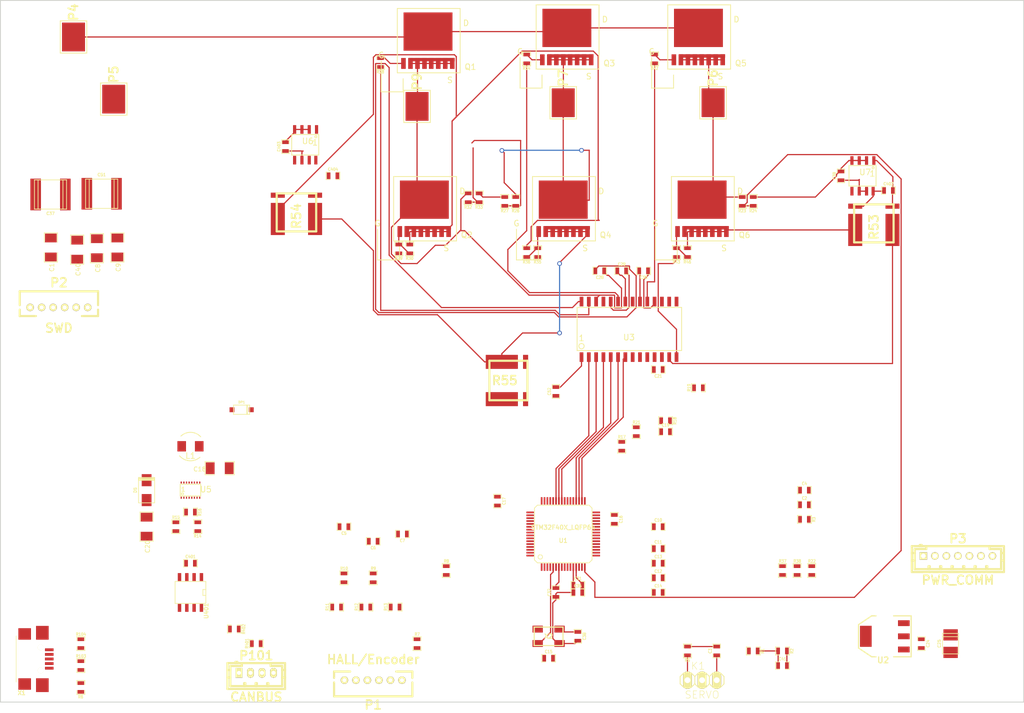
<source format=kicad_pcb>
(kicad_pcb (version 4) (host pcbnew 4.0.0-stable)
  (title_block (title "BLDC Driver 4.6") (date "30 Aug 2014") (rev A) (company "Benjamin Vedder"))
  (layers (0 F.Cu signal) (1 GND signal) (2 GND2 signal) (31 B.Cu signal) (34 B.Paste user) (35 F.Paste user) (36 B.SilkS user) (37 F.SilkS user) (38 B.Mask user) (39 F.Mask user) (44 Edge.Cuts user))
  (net 0 "")
  (net 1 +5V)
  (net 2 GND)
  (net 3 NRST)
  (net 4 "Net-(C15-Pad1)")
  (net 5 "Net-(C16-Pad1)")
  (net 6 "Net-(C17-Pad1)")
  (net 7 "Net-(C21-Pad2)")
  (net 8 "Net-(C28-Pad2)")
  (net 9 "Net-(C29-Pad2)")
  (net 10 "Net-(C30-Pad2)")
  (net 11 "Net-(C38-Pad1)")
  (net 12 "Net-(D1-Pad1)")
  (net 13 "Net-(D2-Pad1)")
  (net 14 "Net-(K1-Pad1)")
  (net 15 "Net-(Q1-PadG)")
  (net 16 "Net-(Q2-PadG)")
  (net 17 "Net-(Q3-PadG)")
  (net 18 "Net-(Q4-PadG)")
  (net 19 "Net-(Q5-PadG)")
  (net 20 "Net-(Q6-PadG)")
  (net 21 "Net-(R6-Pad1)")
  (net 22 SWCLK)
  (net 23 SWDIO)
  (net 24 VCC)
  (net 25 V_SUPPLY)
  (net 26 /MCU/AN_IN)
  (net 27 /MCU/SERVO)
  (net 28 "/Mosfet driver/H1_VS")
  (net 29 "/Mosfet driver/H2_VS")
  (net 30 "/Mosfet driver/H3_VS")
  (net 31 "/Mosfet driver/H1_LOW")
  (net 32 "/Mosfet driver/H3_LOW")
  (net 33 /MCU/SENS1)
  (net 34 /MCU/SENS2)
  (net 35 "/Mosfet driver/M_H1")
  (net 36 "/Mosfet driver/M_L1")
  (net 37 /MCU/SENS3)
  (net 38 "/Mosfet driver/M_H2")
  (net 39 "/Mosfet driver/M_L2")
  (net 40 "/Mosfet driver/M_H3")
  (net 41 "/Mosfet driver/M_L3")
  (net 42 /MCU/L3)
  (net 43 /MCU/L2)
  (net 44 /MCU/L1)
  (net 45 /MCU/EN_GATE)
  (net 46 /MCU/FAULT)
  (net 47 /MCU/H3)
  (net 48 /MCU/H2)
  (net 49 /MCU/H1)
  (net 50 /MCU/USB_DM)
  (net 51 /MCU/USB_DP)
  (net 52 /Filters/TEMP_IN)
  (net 53 /Filters/HALL3_OUT)
  (net 54 /Filters/HALL2_OUT)
  (net 55 /Filters/HALL1_OUT)
  (net 56 "Net-(D3-Pad1)")
  (net 57 /Filters/HALL1_IN)
  (net 58 /Filters/HALL2_IN)
  (net 59 /Filters/HALL3_IN)
  (net 60 "/CAN bus transceiver/CANL")
  (net 61 "/CAN bus transceiver/CANH")
  (net 62 /MCU/LED_GREEN)
  (net 63 /MCU/LED_RED)
  (net 64 "Net-(R103-Pad2)")
  (net 65 "Net-(R104-Pad2)")
  (net 66 "Net-(R402-Pad1)")
  (net 67 "/CAN bus transceiver/CAN_RX")
  (net 68 "/CAN bus transceiver/CAN_TX")
  (net 69 /MCU/ADC_TEMP)
  (net 70 /MCU/SCK_ADC_EXT)
  (net 71 /MCU/RX_SCL_MOSI)
  (net 72 /MCU/MISO_ADC_EXT2)
  (net 73 "Net-(P2-Pad6)")
  (net 74 /MCU/TX_SDA_NSS)
  (net 75 "Net-(U1-Pad4)")
  (net 76 "Net-(U1-Pad2)")
  (net 77 "Net-(U1-Pad3)")
  (net 78 "Net-(U1-Pad39)")
  (net 79 "Net-(U1-Pad40)")
  (net 80 "Net-(U1-Pad50)")
  (net 81 "Net-(U1-Pad54)")
  (net 82 "Net-(U1-Pad55)")
  (net 83 "Net-(U1-Pad56)")
  (net 84 "Net-(U1-Pad9)")
  (net 85 "Net-(U1-Pad11)")
  (net 86 "Net-(U1-Pad28)")
  (net 87 "Net-(U401-Pad5)")
  (net 88 "Net-(X1-Pad4)")
  (net 89 "Net-(C19-Pad1)")
  (net 90 VDD)
  (net 91 "Net-(C402-Pad1)")
  (net 92 "Net-(C402-Pad2)")
  (net 93 "Net-(C404-Pad1)")
  (net 94 "Net-(C404-Pad2)")
  (net 95 "Net-(DP1-Pad1)")
  (net 96 "Net-(L1-Pad2)")
  (net 97 "/Mosfet driver/H2_LOW")
  (net 98 "Net-(R14-Pad1)")
  (net 99 "Net-(R15-Pad2)")
  (net 100 "Net-(R55-Pad3)")
  (net 101 "Net-(R55-Pad4)")
  (net 102 "Net-(U1-Pad33)")
  (net 103 /MCU/BR_S01)
  (net 104 /MCU/BR_S02)
  (net 105 "Net-(U3-Pad17)")
  (net 106 "Net-(U3-Pad21)")
  (net 107 "Net-(U3-Pad25)")
  (net 108 "Net-(U5-Pad11)")
  (module CRF1:SMD-1206 (layer F.Cu) (at 59.563 78.486 90)
    (fp_text reference C1 (at -3.466 0.173 90) (layer F.SilkS) (effects (font (size 0.762 0.762) (thickness 0.127))))
    (fp_text value 10u,50V hide)
    (pad 1 smd rect (at -1.651 0 90) (size 1.524 2.032) (layers F.Cu F.Paste F.Mask) (net 2 GND))
    (pad 2 smd rect (at 1.651 0 90) (size 1.524 2.032) (layers F.Cu F.Paste F.Mask) (net 25 V_SUPPLY))
  )
  (module CRF1:SMD-0603_c (layer F.Cu) (at 190.5 123.19)
    (fp_text reference C2 (at 0 -1.143) (layer F.SilkS) (effects (font (size 0.508 0.4572) (thickness 0.1143))))
    (fp_text value 100n hide)
    (pad 1 smd rect (at -0.762 0) (size 0.635 1.143) (layers F.Cu F.Paste F.Mask) (net 2 GND))
    (pad 2 smd rect (at 0.762 0) (size 0.635 1.143) (layers F.Cu F.Paste F.Mask) (net 26 /MCU/AN_IN))
  )
  (module CRF1:SMD-0603_c (layer F.Cu) (at 175.26 148.59 90)
    (fp_text reference C3 (at 0 -1.143 90) (layer F.SilkS) (effects (font (size 0.508 0.4572) (thickness 0.1143))))
    (fp_text value 100n hide)
    (pad 1 smd rect (at -0.762 0 90) (size 0.635 1.143) (layers F.Cu F.Paste F.Mask) (net 2 GND))
    (pad 2 smd rect (at 0.762 0 90) (size 0.635 1.143) (layers F.Cu F.Paste F.Mask) (net 27 /MCU/SERVO))
  )
  (module CRF1:SMD-0603_c (layer F.Cu) (at 190.5 120.65)
    (fp_text reference C4 (at 0 -1.143) (layer F.SilkS) (effects (font (size 0.508 0.4572) (thickness 0.1143))))
    (fp_text value 4n7 hide)
    (pad 1 smd rect (at -0.762 0) (size 0.635 1.143) (layers F.Cu F.Paste F.Mask) (net 2 GND))
    (pad 2 smd rect (at 0.762 0) (size 0.635 1.143) (layers F.Cu F.Paste F.Mask) (net 52 /Filters/TEMP_IN))
  )
  (module CRF1:SMD-0603_c (layer F.Cu) (at 110.49 127 180)
    (fp_text reference C5 (at 0 -1.143 180) (layer F.SilkS) (effects (font (size 0.508 0.4572) (thickness 0.1143))))
    (fp_text value 4n7 hide)
    (pad 1 smd rect (at -0.762 0 180) (size 0.635 1.143) (layers F.Cu F.Paste F.Mask) (net 53 /Filters/HALL3_OUT))
    (pad 2 smd rect (at 0.762 0 180) (size 0.635 1.143) (layers F.Cu F.Paste F.Mask) (net 2 GND))
  )
  (module CRF1:SMD-0603_c (layer F.Cu) (at 115.57 129.54 180)
    (fp_text reference C6 (at 0 -1.143 180) (layer F.SilkS) (effects (font (size 0.508 0.4572) (thickness 0.1143))))
    (fp_text value 4n7 hide)
    (pad 1 smd rect (at -0.762 0 180) (size 0.635 1.143) (layers F.Cu F.Paste F.Mask) (net 54 /Filters/HALL2_OUT))
    (pad 2 smd rect (at 0.762 0 180) (size 0.635 1.143) (layers F.Cu F.Paste F.Mask) (net 2 GND))
  )
  (module CRF1:SMD-0603_c (layer F.Cu) (at 120.65 128.27 180)
    (fp_text reference C7 (at 0 -1.143 180) (layer F.SilkS) (effects (font (size 0.508 0.4572) (thickness 0.1143))))
    (fp_text value 4n7 hide)
    (pad 1 smd rect (at -0.762 0 180) (size 0.635 1.143) (layers F.Cu F.Paste F.Mask) (net 55 /Filters/HALL1_OUT))
    (pad 2 smd rect (at 0.762 0 180) (size 0.635 1.143) (layers F.Cu F.Paste F.Mask) (net 2 GND))
  )
  (module CRF1:SMD-1206 (layer F.Cu) (at 67.564 78.613 90)
    (fp_text reference C8 (at -3.466 0.173 90) (layer F.SilkS) (effects (font (size 0.762 0.762) (thickness 0.127))))
    (fp_text value 10u,50V hide)
    (pad 1 smd rect (at -1.651 0 90) (size 1.524 2.032) (layers F.Cu F.Paste F.Mask) (net 2 GND))
    (pad 2 smd rect (at 1.651 0 90) (size 1.524 2.032) (layers F.Cu F.Paste F.Mask) (net 25 V_SUPPLY))
  )
  (module CRF1:SMD-1206 (layer F.Cu) (at 71.12 78.486 90)
    (fp_text reference C9 (at -3.466 0.173 90) (layer F.SilkS) (effects (font (size 0.762 0.762) (thickness 0.127))))
    (fp_text value 10u,50V hide)
    (pad 1 smd rect (at -1.651 0 90) (size 1.524 2.032) (layers F.Cu F.Paste F.Mask) (net 2 GND))
    (pad 2 smd rect (at 1.651 0 90) (size 1.524 2.032) (layers F.Cu F.Paste F.Mask) (net 25 V_SUPPLY))
  )
  (module CRF1:SMD-0603_c (layer F.Cu) (at 165.1 127)
    (fp_text reference C10 (at 0 -1.143) (layer F.SilkS) (effects (font (size 0.508 0.4572) (thickness 0.1143))))
    (fp_text value 2.2u hide)
    (pad 1 smd rect (at -0.762 0) (size 0.635 1.143) (layers F.Cu F.Paste F.Mask) (net 2 GND))
    (pad 2 smd rect (at 0.762 0) (size 0.635 1.143) (layers F.Cu F.Paste F.Mask) (net 24 VCC))
  )
  (module CRF1:SMD-0603_c (layer F.Cu) (at 165.1 130.81)
    (fp_text reference C11 (at 0 -1.143) (layer F.SilkS) (effects (font (size 0.508 0.4572) (thickness 0.1143))))
    (fp_text value 2.2u hide)
    (pad 1 smd rect (at -0.762 0) (size 0.635 1.143) (layers F.Cu F.Paste F.Mask) (net 2 GND))
    (pad 2 smd rect (at 0.762 0) (size 0.635 1.143) (layers F.Cu F.Paste F.Mask) (net 24 VCC))
  )
  (module CRF1:SMD-0603_c (layer F.Cu) (at 165.1 135.89)
    (fp_text reference C12 (at 0 -1.143) (layer F.SilkS) (effects (font (size 0.508 0.4572) (thickness 0.1143))))
    (fp_text value 2.2u hide)
    (pad 1 smd rect (at -0.762 0) (size 0.635 1.143) (layers F.Cu F.Paste F.Mask) (net 2 GND))
    (pad 2 smd rect (at 0.762 0) (size 0.635 1.143) (layers F.Cu F.Paste F.Mask) (net 24 VCC))
  )
  (module CRF1:SMD-0603_c (layer F.Cu) (at 165.1 133.35)
    (fp_text reference C13 (at 0 -1.143) (layer F.SilkS) (effects (font (size 0.508 0.4572) (thickness 0.1143))))
    (fp_text value 2.2u hide)
    (pad 1 smd rect (at -0.762 0) (size 0.635 1.143) (layers F.Cu F.Paste F.Mask) (net 2 GND))
    (pad 2 smd rect (at 0.762 0) (size 0.635 1.143) (layers F.Cu F.Paste F.Mask) (net 24 VCC))
  )
  (module CRF1:SMD-0603_c (layer F.Cu) (at 165.1 138.43)
    (fp_text reference C14 (at 0 -1.143) (layer F.SilkS) (effects (font (size 0.508 0.4572) (thickness 0.1143))))
    (fp_text value 2.2u hide)
    (pad 1 smd rect (at -0.762 0) (size 0.635 1.143) (layers F.Cu F.Paste F.Mask) (net 2 GND))
    (pad 2 smd rect (at 0.762 0) (size 0.635 1.143) (layers F.Cu F.Paste F.Mask) (net 24 VCC))
  )
  (module CRF1:SMD-0603_c (layer F.Cu) (at 146.05 149.86)
    (fp_text reference C15 (at 0 -1.143) (layer F.SilkS) (effects (font (size 0.508 0.4572) (thickness 0.1143))))
    (fp_text value 15p hide)
    (pad 1 smd rect (at -0.762 0) (size 0.635 1.143) (layers F.Cu F.Paste F.Mask) (net 4 "Net-(C15-Pad1)"))
    (pad 2 smd rect (at 0.762 0) (size 0.635 1.143) (layers F.Cu F.Paste F.Mask) (net 2 GND))
  )
  (module CRF1:SMD-0603_c (layer F.Cu) (at 157.48 125.73 270)
    (fp_text reference C16 (at 0 -1.143 270) (layer F.SilkS) (effects (font (size 0.508 0.4572) (thickness 0.1143))))
    (fp_text value 2.2u hide)
    (pad 1 smd rect (at -0.762 0 270) (size 0.635 1.143) (layers F.Cu F.Paste F.Mask) (net 5 "Net-(C16-Pad1)"))
    (pad 2 smd rect (at 0.762 0 270) (size 0.635 1.143) (layers F.Cu F.Paste F.Mask) (net 2 GND))
  )
  (module CRF1:SMD-0603_c (layer F.Cu) (at 137.16 122.555 270)
    (fp_text reference C17 (at 0 -1.143 270) (layer F.SilkS) (effects (font (size 0.508 0.4572) (thickness 0.1143))))
    (fp_text value 2.2u hide)
    (pad 1 smd rect (at -0.762 0 270) (size 0.635 1.143) (layers F.Cu F.Paste F.Mask) (net 6 "Net-(C17-Pad1)"))
    (pad 2 smd rect (at 0.762 0 270) (size 0.635 1.143) (layers F.Cu F.Paste F.Mask) (net 2 GND))
  )
  (module CRF1:SMD-1206 (layer F.Cu) (at 88.9 116.84)
    (fp_text reference C18 (at -3.466 0.173) (layer F.SilkS) (effects (font (size 0.762 0.762) (thickness 0.127))))
    (fp_text value 4.7uF/6.3v hide)
    (pad 1 smd rect (at -1.651 0) (size 1.524 2.032) (layers F.Cu F.Paste F.Mask) (net 1 +5V))
    (pad 2 smd rect (at 1.651 0) (size 1.524 2.032) (layers F.Cu F.Paste F.Mask) (net 2 GND))
  )
  (module CRF1:SMD-0603_c (layer F.Cu) (at 166.37 110.49)
    (fp_text reference C19 (at 0 -1.143) (layer F.SilkS) (effects (font (size 0.508 0.4572) (thickness 0.1143))))
    (fp_text value 1n hide)
    (pad 1 smd rect (at -0.762 0) (size 0.635 1.143) (layers F.Cu F.Paste F.Mask) (net 89 "Net-(C19-Pad1)"))
    (pad 2 smd rect (at 0.762 0) (size 0.635 1.143) (layers F.Cu F.Paste F.Mask) (net 2 GND))
  )
  (module CRF1:SMD-1206 (layer F.Cu) (at 76.2 127 90)
    (fp_text reference C20 (at -3.466 0.173 90) (layer F.SilkS) (effects (font (size 0.762 0.762) (thickness 0.127))))
    (fp_text value 10uF/16V hide)
    (pad 1 smd rect (at -1.651 0 90) (size 1.524 2.032) (layers F.Cu F.Paste F.Mask) (net 90 VDD))
    (pad 2 smd rect (at 1.651 0 90) (size 1.524 2.032) (layers F.Cu F.Paste F.Mask) (net 2 GND))
  )
  (module CRF1:SMD-0603_c (layer F.Cu) (at 165.1 99.695 180)
    (fp_text reference C21 (at 0 -1.143 180) (layer F.SilkS) (effects (font (size 0.508 0.4572) (thickness 0.1143))))
    (fp_text value 6.8n hide)
    (pad 1 smd rect (at -0.762 0 180) (size 0.635 1.143) (layers F.Cu F.Paste F.Mask) (net 2 GND))
    (pad 2 smd rect (at 0.762 0 180) (size 0.635 1.143) (layers F.Cu F.Paste F.Mask) (net 7 "Net-(C21-Pad2)"))
  )
  (module CRF1:SMD-0603_c (layer F.Cu) (at 210.82 147.32 270)
    (fp_text reference C24 (at 0 -1.143 270) (layer F.SilkS) (effects (font (size 0.508 0.4572) (thickness 0.1143))))
    (fp_text value 2.2u hide)
    (pad 1 smd rect (at -0.762 0 270) (size 0.635 1.143) (layers F.Cu F.Paste F.Mask) (net 24 VCC))
    (pad 2 smd rect (at 0.762 0 270) (size 0.635 1.143) (layers F.Cu F.Paste F.Mask) (net 2 GND))
  )
  (module w_smd_cap:c_tant_B (layer F.Cu) (at 215.9 147.32 90)
    (fp_text reference C25 (at 0 -1.9685 90) (layer F.SilkS) (effects (font (size 0.50038 0.50038) (thickness 0.11938))))
    (fp_text value 100u hide)
    (pad 1 smd rect (at 1.524 0 90) (size 1.95072 2.49936) (layers F.Cu F.Paste F.Mask) (net 24 VCC))
    (pad 2 smd rect (at -1.524 0 90) (size 1.95072 2.49936) (layers F.Cu F.Paste F.Mask) (net 2 GND))
  )
  (module CRF1:SMD-0603_c (layer F.Cu) (at 154.94 82.55 180)
    (fp_text reference C28 (at 0 -1.143 180) (layer F.SilkS) (effects (font (size 0.508 0.4572) (thickness 0.1143))))
    (fp_text value 220n hide)
    (pad 1 smd rect (at -0.762 0 180) (size 0.635 1.143) (layers F.Cu F.Paste F.Mask) (net 28 "/Mosfet driver/H1_VS"))
    (pad 2 smd rect (at 0.762 0 180) (size 0.635 1.143) (layers F.Cu F.Paste F.Mask) (net 8 "Net-(C28-Pad2)"))
  )
  (module CRF1:SMD-0603_c (layer F.Cu) (at 158.75 82.55)
    (fp_text reference C29 (at 0 -1.143) (layer F.SilkS) (effects (font (size 0.508 0.4572) (thickness 0.1143))))
    (fp_text value 220n hide)
    (pad 1 smd rect (at -0.762 0) (size 0.635 1.143) (layers F.Cu F.Paste F.Mask) (net 29 "/Mosfet driver/H2_VS"))
    (pad 2 smd rect (at 0.762 0) (size 0.635 1.143) (layers F.Cu F.Paste F.Mask) (net 9 "Net-(C29-Pad2)"))
  )
  (module CRF1:SMD-0603_c (layer F.Cu) (at 162.56 82.55 180)
    (fp_text reference C30 (at 0 -1.143 180) (layer F.SilkS) (effects (font (size 0.508 0.4572) (thickness 0.1143))))
    (fp_text value 220n hide)
    (pad 1 smd rect (at -0.762 0 180) (size 0.635 1.143) (layers F.Cu F.Paste F.Mask) (net 30 "/Mosfet driver/H3_VS"))
    (pad 2 smd rect (at 0.762 0 180) (size 0.635 1.143) (layers F.Cu F.Paste F.Mask) (net 10 "Net-(C30-Pad2)"))
  )
  (module CRF1:SMD-0603_c (layer F.Cu) (at 151.13 137.16)
    (fp_text reference C31 (at 0 -1.143) (layer F.SilkS) (effects (font (size 0.508 0.4572) (thickness 0.1143))))
    (fp_text value 2.2u hide)
    (pad 1 smd rect (at -0.762 0) (size 0.635 1.143) (layers F.Cu F.Paste F.Mask) (net 2 GND))
    (pad 2 smd rect (at 0.762 0) (size 0.635 1.143) (layers F.Cu F.Paste F.Mask) (net 24 VCC))
  )
  (module CRF1:SMD-0603_c (layer F.Cu) (at 147.32 138.43 90)
    (fp_text reference C32 (at 0 -1.143 90) (layer F.SilkS) (effects (font (size 0.508 0.4572) (thickness 0.1143))))
    (fp_text value 100n hide)
    (pad 1 smd rect (at -0.762 0 90) (size 0.635 1.143) (layers F.Cu F.Paste F.Mask) (net 2 GND))
    (pad 2 smd rect (at 0.762 0 90) (size 0.635 1.143) (layers F.Cu F.Paste F.Mask) (net 3 NRST))
  )
  (module CRF1:SMD-0603_c (layer F.Cu) (at 151.13 138.43)
    (fp_text reference C35 (at 0 -1.143) (layer F.SilkS) (effects (font (size 0.508 0.4572) (thickness 0.1143))))
    (fp_text value 2.2u hide)
    (pad 1 smd rect (at -0.762 0) (size 0.635 1.143) (layers F.Cu F.Paste F.Mask) (net 2 GND))
    (pad 2 smd rect (at 0.762 0) (size 0.635 1.143) (layers F.Cu F.Paste F.Mask) (net 24 VCC))
  )
  (module w_smd_cap:c_2220 (layer F.Cu) (at 59.4995 69.2785 180)
    (fp_text reference C37 (at 0 -3.302 180) (layer F.SilkS) (effects (font (size 0.50038 0.50038) (thickness 0.11938))))
    (fp_text value 15u,100V hide)
    (pad 1 smd rect (at 2.57556 0 180) (size 1.84912 5.4991) (layers F.Cu F.Paste F.Mask) (net 2 GND))
    (pad 2 smd rect (at -2.57556 0 180) (size 1.84912 5.4991) (layers F.Cu F.Paste F.Mask) (net 25 V_SUPPLY))
  )
  (module CRF1:SMD-0603_c (layer F.Cu) (at 151.13 146.05 270)
    (fp_text reference C38 (at 0 -1.143 270) (layer F.SilkS) (effects (font (size 0.508 0.4572) (thickness 0.1143))))
    (fp_text value 15p hide)
    (pad 1 smd rect (at -0.762 0 270) (size 0.635 1.143) (layers F.Cu F.Paste F.Mask) (net 11 "Net-(C38-Pad1)"))
    (pad 2 smd rect (at 0.762 0 270) (size 0.635 1.143) (layers F.Cu F.Paste F.Mask) (net 2 GND))
  )
  (module CRF1:SMD-0603_c (layer F.Cu) (at 196.85 66.04 90)
    (fp_text reference C39 (at 0 -1.143 90) (layer F.SilkS) (effects (font (size 0.508 0.4572) (thickness 0.1143))))
    (fp_text value 0.1uF hide)
    (pad 1 smd rect (at -0.762 0 90) (size 0.635 1.143) (layers F.Cu F.Paste F.Mask) (net 24 VCC))
    (pad 2 smd rect (at 0.762 0 90) (size 0.635 1.143) (layers F.Cu F.Paste F.Mask) (net 2 GND))
  )
  (module CRF1:SMD-1206 (layer F.Cu) (at 64.135 78.867 90)
    (fp_text reference C40 (at -3.466 0.173 90) (layer F.SilkS) (effects (font (size 0.762 0.762) (thickness 0.127))))
    (fp_text value 10u,50V hide)
    (pad 1 smd rect (at -1.651 0 90) (size 1.524 2.032) (layers F.Cu F.Paste F.Mask) (net 2 GND))
    (pad 2 smd rect (at 1.651 0 90) (size 1.524 2.032) (layers F.Cu F.Paste F.Mask) (net 25 V_SUPPLY))
  )
  (module CRF1:SMD-0603_c (layer F.Cu) (at 186.69 151.13)
    (fp_text reference C41 (at 0 -1.143) (layer F.SilkS) (effects (font (size 0.508 0.4572) (thickness 0.1143))))
    (fp_text value 2.2u hide)
    (pad 1 smd rect (at -0.762 0) (size 0.635 1.143) (layers F.Cu F.Paste F.Mask) (net 69 /MCU/ADC_TEMP))
    (pad 2 smd rect (at 0.762 0) (size 0.635 1.143) (layers F.Cu F.Paste F.Mask) (net 2 GND))
  )
  (module w_smd_cap:c_2220 (layer F.Cu) (at 68.3895 69.1515)
    (fp_text reference C51 (at 0 -3.302) (layer F.SilkS) (effects (font (size 0.50038 0.50038) (thickness 0.11938))))
    (fp_text value "15u, 100v" hide)
    (pad 1 smd rect (at 2.57556 0) (size 1.84912 5.4991) (layers F.Cu F.Paste F.Mask) (net 2 GND))
    (pad 2 smd rect (at -2.57556 0) (size 1.84912 5.4991) (layers F.Cu F.Paste F.Mask) (net 25 V_SUPPLY))
  )
  (module CRF1:SMD-0603_c (layer F.Cu) (at 147.32 103.505 90)
    (fp_text reference C52 (at 0 -1.143 90) (layer F.SilkS) (effects (font (size 0.508 0.4572) (thickness 0.1143))))
    (fp_text value 10u hide)
    (pad 1 smd rect (at -0.762 0 90) (size 0.635 1.143) (layers F.Cu F.Paste F.Mask) (net 2 GND))
    (pad 2 smd rect (at 0.762 0 90) (size 0.635 1.143) (layers F.Cu F.Paste F.Mask) (net 90 VDD))
  )
  (module CRF1:SMD-0603_c (layer F.Cu) (at 83.82 133.35)
    (fp_text reference C401 (at 0 -1.143) (layer F.SilkS) (effects (font (size 0.508 0.4572) (thickness 0.1143))))
    (fp_text value 2.2u hide)
    (pad 1 smd rect (at -0.762 0) (size 0.635 1.143) (layers F.Cu F.Paste F.Mask) (net 24 VCC))
    (pad 2 smd rect (at 0.762 0) (size 0.635 1.143) (layers F.Cu F.Paste F.Mask) (net 2 GND))
  )
  (module CRF1:SMD-0603_c (layer F.Cu) (at 205.105 68.58)
    (fp_text reference C402 (at 0 -1.143) (layer F.SilkS) (effects (font (size 0.508 0.4572) (thickness 0.1143))))
    (fp_text value 2.2n hide)
    (pad 1 smd rect (at -0.762 0) (size 0.635 1.143) (layers F.Cu F.Paste F.Mask) (net 91 "Net-(C402-Pad1)"))
    (pad 2 smd rect (at 0.762 0) (size 0.635 1.143) (layers F.Cu F.Paste F.Mask) (net 92 "Net-(C402-Pad2)"))
  )
  (module CRF1:SMD-0603_c (layer F.Cu) (at 100.33 60.96 90)
    (fp_text reference C403 (at 0 -1.143 90) (layer F.SilkS) (effects (font (size 0.508 0.4572) (thickness 0.1143))))
    (fp_text value 0.1uF hide)
    (pad 1 smd rect (at -0.762 0 90) (size 0.635 1.143) (layers F.Cu F.Paste F.Mask) (net 24 VCC))
    (pad 2 smd rect (at 0.762 0 90) (size 0.635 1.143) (layers F.Cu F.Paste F.Mask) (net 2 GND))
  )
  (module CRF1:SMD-0603_c (layer F.Cu) (at 108.585 66.04)
    (fp_text reference C404 (at 0 -1.143) (layer F.SilkS) (effects (font (size 0.508 0.4572) (thickness 0.1143))))
    (fp_text value 2.2n hide)
    (pad 1 smd rect (at -0.762 0) (size 0.635 1.143) (layers F.Cu F.Paste F.Mask) (net 93 "Net-(C404-Pad1)"))
    (pad 2 smd rect (at 0.762 0) (size 0.635 1.143) (layers F.Cu F.Paste F.Mask) (net 94 "Net-(C404-Pad2)"))
  )
  (module w_smd_diode:do214ac (layer F.Cu) (at 76.2 120.65 90)
    (fp_text reference D5 (at 0 -1.9685 90) (layer F.SilkS) (effects (font (size 0.50038 0.50038) (thickness 0.11938))))
    (fp_text value "TVS 5V" hide)
    (pad 2 smd rect (at 1.72974 0 90) (size 2.10058 1.69926) (layers F.Cu F.Paste F.Mask) (net 1 +5V))
    (pad 1 smd rect (at -1.72974 0 90) (size 2.10058 1.69926) (layers F.Cu F.Paste F.Mask) (net 2 GND))
  )
  (module w_smd_diode:sod123 (layer F.Cu) (at 92.71 106.68)
    (fp_text reference DP1 (at 0 -1.30048) (layer F.SilkS) (effects (font (size 0.4 0.4) (thickness 0.1))))
    (fp_text value "MBR0530 " hide)
    (pad 2 smd rect (at 1.67386 0) (size 0.8509 0.8509) (layers F.Cu F.Paste F.Mask) (net 90 VDD))
    (pad 1 smd rect (at -1.67386 0) (size 0.8509 0.8509) (layers F.Cu F.Paste F.Mask) (net 95 "Net-(DP1-Pad1)"))
  )
  (module CRF1:pinhead-1X03 (layer F.Cu) (at 172.72 153.67)
    (fp_text reference K1 (at -0.7112 -2.4638) (layer F.SilkS) (effects (font (size 1.27 1.27) (thickness 0.0889))))
    (fp_text value SERVO (at 0 2.54) (layer F.SilkS) (effects (font (size 1.27 1.27) (thickness 0.0889))))
    (pad 1 thru_hole oval (at -2.54 0) (size 1.524 3.048) (drill 1.016) (layers *.Cu *.Mask F.SilkS) (net 14 "Net-(K1-Pad1)"))
    (pad 2 thru_hole oval (at 0 0) (size 1.524 3.048) (drill 1.016) (layers *.Cu *.Mask F.SilkS) (net 1 +5V))
    (pad 3 thru_hole oval (at 2.54 0) (size 1.524 3.048) (drill 1.016) (layers *.Cu *.Mask F.SilkS) (net 2 GND))
  )
  (module CRF1:ELL-4GG (layer F.Cu) (at 83.82 113.03)
    (fp_text reference L1 (at 0 1.651) (layer F.SilkS))
    (fp_text value "1.2uH (ELL-4GG1R2N)")
    (pad 1 smd rect (at 1.524 0) (size 1.5 1.8) (layers F.Cu F.Paste F.Mask) (net 95 "Net-(DP1-Pad1)"))
    (pad 2 smd rect (at -1.524 0) (size 1.5 1.8) (layers F.Cu F.Paste F.Mask) (net 96 "Net-(L1-Pad2)"))
  )
  (module CRF1:MICRO_JST_6 (layer F.Cu) (at 115.57 153.67 180)
    (fp_text reference P1 (at 0 -4.30022 180) (layer F.SilkS) (effects (font (thickness 0.3048))))
    (fp_text value HALL/Encoder (at 0 3.59918 180) (layer F.SilkS) (effects (font (thickness 0.3048))))
    (pad 3 thru_hole circle (at -1.00076 0 180) (size 1.30048 1.30048) (drill 0.70104) (layers *.Cu *.Mask F.SilkS) (net 57 /Filters/HALL1_IN))
    (pad 4 thru_hole circle (at 1.00076 0 180) (size 1.30048 1.30048) (drill 0.70104) (layers *.Cu *.Mask F.SilkS) (net 58 /Filters/HALL2_IN))
    (pad 5 thru_hole circle (at 2.99974 0 180) (size 1.30048 1.30048) (drill 0.70104) (layers *.Cu *.Mask F.SilkS) (net 59 /Filters/HALL3_IN))
    (pad 6 thru_hole circle (at 5.00126 0 180) (size 1.30048 1.30048) (drill 0.70104) (layers *.Cu *.Mask F.SilkS) (net 2 GND))
    (pad 2 thru_hole circle (at -2.99974 0 180) (size 1.30048 1.30048) (drill 0.70104) (layers *.Cu *.Mask F.SilkS) (net 52 /Filters/TEMP_IN))
    (pad 1 thru_hole circle (at -5.00126 0 180) (size 1.30048 1.30048) (drill 0.70104) (layers *.Cu *.Mask F.SilkS) (net 1 +5V))
  )
  (module CRF1:MICRO_JST_6 (layer F.Cu) (at 60.96 88.9)
    (fp_text reference P2 (at 0 -4.30022) (layer F.SilkS) (effects (font (thickness 0.3048))))
    (fp_text value SWD (at 0 3.59918) (layer F.SilkS) (effects (font (thickness 0.3048))))
    (pad 3 thru_hole circle (at -1.00076 0) (size 1.30048 1.30048) (drill 0.70104) (layers *.Cu *.Mask F.SilkS) (net 2 GND))
    (pad 4 thru_hole circle (at 1.00076 0) (size 1.30048 1.30048) (drill 0.70104) (layers *.Cu *.Mask F.SilkS) (net 23 SWDIO))
    (pad 5 thru_hole circle (at 2.99974 0) (size 1.30048 1.30048) (drill 0.70104) (layers *.Cu *.Mask F.SilkS) (net 3 NRST))
    (pad 6 thru_hole circle (at 5.00126 0) (size 1.30048 1.30048) (drill 0.70104) (layers *.Cu *.Mask F.SilkS) (net 73 "Net-(P2-Pad6)"))
    (pad 2 thru_hole circle (at -2.99974 0) (size 1.30048 1.30048) (drill 0.70104) (layers *.Cu *.Mask F.SilkS) (net 22 SWCLK))
    (pad 1 thru_hole circle (at -5.00126 0) (size 1.30048 1.30048) (drill 0.70104) (layers *.Cu *.Mask F.SilkS) (net 24 VCC))
  )
  (module CRF1:b7b-ph-kl (layer F.Cu) (at 217.17 132.08)
    (fp_text reference P3 (at 0 -2.99974) (layer F.SilkS) (effects (font (thickness 0.3048))))
    (fp_text value PWR_COMM (at 0 4.20116) (layer F.SilkS) (effects (font (thickness 0.3048))))
    (pad 1 thru_hole rect (at -6.00456 0) (size 1.3 1.3) (drill 0.8) (layers *.Cu *.Mask F.SilkS) (net 1 +5V))
    (pad 3 thru_hole circle (at -2.00152 0) (size 1.3 1.3) (drill 0.8) (layers *.Cu *.Mask F.SilkS) (net 2 GND))
    (pad 2 thru_hole circle (at -4.00304 0) (size 1.3 1.3) (drill 0.8) (layers *.Cu *.Mask F.SilkS) (net 24 VCC))
    (pad 4 thru_hole circle (at -0.00254 0) (size 1.3 1.3) (drill 0.8) (layers *.Cu *.Mask F.SilkS) (net 70 /MCU/SCK_ADC_EXT))
    (pad 5 thru_hole circle (at 1.99898 0) (size 1.3 1.3) (drill 0.8) (layers *.Cu *.Mask F.SilkS) (net 74 /MCU/TX_SDA_NSS))
    (pad 6 thru_hole circle (at 4.0005 0) (size 1.3 1.3) (drill 0.8) (layers *.Cu *.Mask F.SilkS) (net 71 /MCU/RX_SCL_MOSI))
    (pad 7 thru_hole circle (at 5.99948 0) (size 1.3 1.3) (drill 0.8) (layers *.Cu *.Mask F.SilkS) (net 72 /MCU/MISO_ADC_EXT2))
  )
  (module CRF1:1PAD_4x5mm (layer F.Cu) (at 63.5 41.91)
    (fp_text reference P4 (at 0 -4.3 270) (layer F.SilkS) (effects (font (thickness 0.3048))))
    (fp_text value IN+ hide)
    (pad 1 smd rect (at 0 0) (size 4 5) (layers F.Cu F.Paste F.Mask) (net 25 V_SUPPLY))
  )
  (module CRF1:1PAD_4x5mm (layer F.Cu) (at 70.485 52.705)
    (fp_text reference P5 (at 0 -4.3 270) (layer F.SilkS) (effects (font (thickness 0.3048))))
    (fp_text value IN- hide)
    (pad 1 smd rect (at 0 0) (size 4 5) (layers F.Cu F.Paste F.Mask) (net 2 GND))
  )
  (module CRF1:1PAD_4x5mm (layer F.Cu) (at 174.625 53.34)
    (fp_text reference P6 (at 0 -4.3 270) (layer F.SilkS) (effects (font (thickness 0.3048))))
    (fp_text value MOTOR1 hide)
    (pad 1 smd rect (at 0 0) (size 4 5) (layers F.Cu F.Paste F.Mask) (net 30 "/Mosfet driver/H3_VS"))
  )
  (module CRF1:1PAD_4x5mm (layer F.Cu) (at 148.59 53.34)
    (fp_text reference P7 (at 0 -4.3 270) (layer F.SilkS) (effects (font (thickness 0.3048))))
    (fp_text value MOTOR2 hide)
    (pad 1 smd rect (at 0 0) (size 4 5) (layers F.Cu F.Paste F.Mask) (net 29 "/Mosfet driver/H2_VS"))
  )
  (module CRF1:1PAD_4x5mm (layer F.Cu) (at 123.19 53.975)
    (fp_text reference P9 (at 0 -4.3 270) (layer F.SilkS) (effects (font (thickness 0.3048))))
    (fp_text value MOTOR3 hide)
    (pad 1 smd rect (at 0 0) (size 4 5) (layers F.Cu F.Paste F.Mask) (net 28 "/Mosfet driver/H1_VS"))
  )
  (module "JST conn:b4b-ph-kl" (layer F.Cu) (at 95.25 152.4)
    (fp_text reference P101 (at 0 -2.99974) (layer F.SilkS) (effects (font (thickness 0.3048))))
    (fp_text value CANBUS (at 0 4.20116) (layer F.SilkS) (effects (font (thickness 0.3048))))
    (pad 1 thru_hole rect (at -3.00228 0) (size 1.19888 1.69926) (drill 0.70104) (layers *.Cu *.Mask F.SilkS) (net 2 GND))
    (pad 3 thru_hole oval (at 1.00076 0) (size 1.19888 1.69926) (drill 0.70104) (layers *.Cu *.Mask F.SilkS) (net 61 "/CAN bus transceiver/CANH"))
    (pad 2 thru_hole oval (at -1.00076 0) (size 1.19888 1.69926) (drill 0.70104) (layers *.Cu *.Mask F.SilkS) (net 60 "/CAN bus transceiver/CANL"))
    (pad 4 thru_hole oval (at 2.99974 0) (size 1.19888 1.69926) (drill 0.70104) (layers *.Cu *.Mask F.SilkS) (net 1 +5V))
  )
  (module CRF1:P-PG-HSOF-08 (layer F.Cu) (at 125.095 42.545)
    (fp_text reference Q1 (at 7.366 4.572) (layer F.SilkS))
    (fp_text value IPT059N15N3ATMA1)
    (fp_text user D (at 6.604 -3.048) (layer F.SilkS))
    (fp_text user S (at 3.81 6.858) (layer F.SilkS))
    (fp_text user G (at -8.128 2.54) (layer F.SilkS))
    (pad S smd rect (at 4.2164 3.9624) (size 0.8 1.9) (layers F.Cu F.Paste F.Mask) (net 28 "/Mosfet driver/H1_VS"))
    (pad S smd rect (at 2.9972 3.9624) (size 0.8 1.9) (layers F.Cu F.Paste F.Mask) (net 28 "/Mosfet driver/H1_VS"))
    (pad S smd rect (at 1.778 3.9624) (size 0.8 1.9) (layers F.Cu F.Paste F.Mask) (net 28 "/Mosfet driver/H1_VS"))
    (pad S smd rect (at 0.5588 3.9624) (size 0.8 1.9) (layers F.Cu F.Paste F.Mask) (net 28 "/Mosfet driver/H1_VS"))
    (pad G smd rect (at -4.2672 3.9624) (size 0.8 1.9) (layers F.Cu F.Paste F.Mask) (net 15 "Net-(Q1-PadG)"))
    (pad S smd rect (at -3.048 3.9624) (size 0.8 1.9) (layers F.Cu F.Paste F.Mask) (net 28 "/Mosfet driver/H1_VS"))
    (pad S smd rect (at -1.8288 3.9624) (size 0.8 1.9) (layers F.Cu F.Paste F.Mask) (net 28 "/Mosfet driver/H1_VS"))
    (pad S smd rect (at -0.6096 3.9624) (size 0.8 1.9) (layers F.Cu F.Paste F.Mask) (net 28 "/Mosfet driver/H1_VS"))
    (pad D smd rect (at 0 -1.5748) (size 8.5 6.65) (layers F.Cu F.Paste F.Mask) (net 25 V_SUPPLY))
    (pad S smd rect (at 0.635 3.302) (size 8 0.6) (layers F.Cu F.Paste F.Mask) (net 28 "/Mosfet driver/H1_VS"))
  )
  (module CRF1:P-PG-HSOF-08 (layer F.Cu) (at 124.46 71.755)
    (fp_text reference Q2 (at 7.366 4.572) (layer F.SilkS))
    (fp_text value IPT059N15N3ATMA1)
    (fp_text user D (at 6.604 -3.048) (layer F.SilkS))
    (fp_text user S (at 3.81 6.858) (layer F.SilkS))
    (fp_text user G (at -8.128 2.54) (layer F.SilkS))
    (pad S smd rect (at 4.2164 3.9624) (size 0.8 1.9) (layers F.Cu F.Paste F.Mask) (net 31 "/Mosfet driver/H1_LOW"))
    (pad S smd rect (at 2.9972 3.9624) (size 0.8 1.9) (layers F.Cu F.Paste F.Mask) (net 31 "/Mosfet driver/H1_LOW"))
    (pad S smd rect (at 1.778 3.9624) (size 0.8 1.9) (layers F.Cu F.Paste F.Mask) (net 31 "/Mosfet driver/H1_LOW"))
    (pad S smd rect (at 0.5588 3.9624) (size 0.8 1.9) (layers F.Cu F.Paste F.Mask) (net 31 "/Mosfet driver/H1_LOW"))
    (pad G smd rect (at -4.2672 3.9624) (size 0.8 1.9) (layers F.Cu F.Paste F.Mask) (net 16 "Net-(Q2-PadG)"))
    (pad S smd rect (at -3.048 3.9624) (size 0.8 1.9) (layers F.Cu F.Paste F.Mask) (net 31 "/Mosfet driver/H1_LOW"))
    (pad S smd rect (at -1.8288 3.9624) (size 0.8 1.9) (layers F.Cu F.Paste F.Mask) (net 31 "/Mosfet driver/H1_LOW"))
    (pad S smd rect (at -0.6096 3.9624) (size 0.8 1.9) (layers F.Cu F.Paste F.Mask) (net 31 "/Mosfet driver/H1_LOW"))
    (pad D smd rect (at 0 -1.5748) (size 8.5 6.65) (layers F.Cu F.Paste F.Mask) (net 28 "/Mosfet driver/H1_VS"))
    (pad S smd rect (at 0.635 3.302) (size 8 0.6) (layers F.Cu F.Paste F.Mask) (net 31 "/Mosfet driver/H1_LOW"))
  )
  (module CRF1:P-PG-HSOF-08 (layer F.Cu) (at 149.225 41.91)
    (fp_text reference Q3 (at 7.366 4.572) (layer F.SilkS))
    (fp_text value IPT059N15N3ATMA1)
    (fp_text user D (at 6.604 -3.048) (layer F.SilkS))
    (fp_text user S (at 3.81 6.858) (layer F.SilkS))
    (fp_text user G (at -8.128 2.54) (layer F.SilkS))
    (pad S smd rect (at 4.2164 3.9624) (size 0.8 1.9) (layers F.Cu F.Paste F.Mask) (net 29 "/Mosfet driver/H2_VS"))
    (pad S smd rect (at 2.9972 3.9624) (size 0.8 1.9) (layers F.Cu F.Paste F.Mask) (net 29 "/Mosfet driver/H2_VS"))
    (pad S smd rect (at 1.778 3.9624) (size 0.8 1.9) (layers F.Cu F.Paste F.Mask) (net 29 "/Mosfet driver/H2_VS"))
    (pad S smd rect (at 0.5588 3.9624) (size 0.8 1.9) (layers F.Cu F.Paste F.Mask) (net 29 "/Mosfet driver/H2_VS"))
    (pad G smd rect (at -4.2672 3.9624) (size 0.8 1.9) (layers F.Cu F.Paste F.Mask) (net 17 "Net-(Q3-PadG)"))
    (pad S smd rect (at -3.048 3.9624) (size 0.8 1.9) (layers F.Cu F.Paste F.Mask) (net 29 "/Mosfet driver/H2_VS"))
    (pad S smd rect (at -1.8288 3.9624) (size 0.8 1.9) (layers F.Cu F.Paste F.Mask) (net 29 "/Mosfet driver/H2_VS"))
    (pad S smd rect (at -0.6096 3.9624) (size 0.8 1.9) (layers F.Cu F.Paste F.Mask) (net 29 "/Mosfet driver/H2_VS"))
    (pad D smd rect (at 0 -1.5748) (size 8.5 6.65) (layers F.Cu F.Paste F.Mask) (net 25 V_SUPPLY))
    (pad S smd rect (at 0.635 3.302) (size 8 0.6) (layers F.Cu F.Paste F.Mask) (net 29 "/Mosfet driver/H2_VS"))
  )
  (module CRF1:P-PG-HSOF-08 (layer F.Cu) (at 148.59 71.755)
    (fp_text reference Q4 (at 7.366 4.572) (layer F.SilkS))
    (fp_text value IPT059N15N3ATMA1)
    (fp_text user D (at 6.604 -3.048) (layer F.SilkS))
    (fp_text user S (at 3.81 6.858) (layer F.SilkS))
    (fp_text user G (at -8.128 2.54) (layer F.SilkS))
    (pad S smd rect (at 4.2164 3.9624) (size 0.8 1.9) (layers F.Cu F.Paste F.Mask) (net 97 "/Mosfet driver/H2_LOW"))
    (pad S smd rect (at 2.9972 3.9624) (size 0.8 1.9) (layers F.Cu F.Paste F.Mask) (net 97 "/Mosfet driver/H2_LOW"))
    (pad S smd rect (at 1.778 3.9624) (size 0.8 1.9) (layers F.Cu F.Paste F.Mask) (net 97 "/Mosfet driver/H2_LOW"))
    (pad S smd rect (at 0.5588 3.9624) (size 0.8 1.9) (layers F.Cu F.Paste F.Mask) (net 97 "/Mosfet driver/H2_LOW"))
    (pad G smd rect (at -4.2672 3.9624) (size 0.8 1.9) (layers F.Cu F.Paste F.Mask) (net 18 "Net-(Q4-PadG)"))
    (pad S smd rect (at -3.048 3.9624) (size 0.8 1.9) (layers F.Cu F.Paste F.Mask) (net 97 "/Mosfet driver/H2_LOW"))
    (pad S smd rect (at -1.8288 3.9624) (size 0.8 1.9) (layers F.Cu F.Paste F.Mask) (net 97 "/Mosfet driver/H2_LOW"))
    (pad S smd rect (at -0.6096 3.9624) (size 0.8 1.9) (layers F.Cu F.Paste F.Mask) (net 97 "/Mosfet driver/H2_LOW"))
    (pad D smd rect (at 0 -1.5748) (size 8.5 6.65) (layers F.Cu F.Paste F.Mask) (net 29 "/Mosfet driver/H2_VS"))
    (pad S smd rect (at 0.635 3.302) (size 8 0.6) (layers F.Cu F.Paste F.Mask) (net 97 "/Mosfet driver/H2_LOW"))
  )
  (module CRF1:P-PG-HSOF-08 (layer F.Cu) (at 172.085 41.91)
    (fp_text reference Q5 (at 7.366 4.572) (layer F.SilkS))
    (fp_text value IPT059N15N3ATMA1)
    (fp_text user D (at 6.604 -3.048) (layer F.SilkS))
    (fp_text user S (at 3.81 6.858) (layer F.SilkS))
    (fp_text user G (at -8.128 2.54) (layer F.SilkS))
    (pad S smd rect (at 4.2164 3.9624) (size 0.8 1.9) (layers F.Cu F.Paste F.Mask) (net 30 "/Mosfet driver/H3_VS"))
    (pad S smd rect (at 2.9972 3.9624) (size 0.8 1.9) (layers F.Cu F.Paste F.Mask) (net 30 "/Mosfet driver/H3_VS"))
    (pad S smd rect (at 1.778 3.9624) (size 0.8 1.9) (layers F.Cu F.Paste F.Mask) (net 30 "/Mosfet driver/H3_VS"))
    (pad S smd rect (at 0.5588 3.9624) (size 0.8 1.9) (layers F.Cu F.Paste F.Mask) (net 30 "/Mosfet driver/H3_VS"))
    (pad G smd rect (at -4.2672 3.9624) (size 0.8 1.9) (layers F.Cu F.Paste F.Mask) (net 19 "Net-(Q5-PadG)"))
    (pad S smd rect (at -3.048 3.9624) (size 0.8 1.9) (layers F.Cu F.Paste F.Mask) (net 30 "/Mosfet driver/H3_VS"))
    (pad S smd rect (at -1.8288 3.9624) (size 0.8 1.9) (layers F.Cu F.Paste F.Mask) (net 30 "/Mosfet driver/H3_VS"))
    (pad S smd rect (at -0.6096 3.9624) (size 0.8 1.9) (layers F.Cu F.Paste F.Mask) (net 30 "/Mosfet driver/H3_VS"))
    (pad D smd rect (at 0 -1.5748) (size 8.5 6.65) (layers F.Cu F.Paste F.Mask) (net 25 V_SUPPLY))
    (pad S smd rect (at 0.635 3.302) (size 8 0.6) (layers F.Cu F.Paste F.Mask) (net 30 "/Mosfet driver/H3_VS"))
  )
  (module CRF1:P-PG-HSOF-08 (layer F.Cu) (at 172.72 71.755)
    (fp_text reference Q6 (at 7.366 4.572) (layer F.SilkS))
    (fp_text value IPT059N15N3ATMA1)
    (fp_text user D (at 6.604 -3.048) (layer F.SilkS))
    (fp_text user S (at 3.81 6.858) (layer F.SilkS))
    (fp_text user G (at -8.128 2.54) (layer F.SilkS))
    (pad S smd rect (at 4.2164 3.9624) (size 0.8 1.9) (layers F.Cu F.Paste F.Mask) (net 32 "/Mosfet driver/H3_LOW"))
    (pad S smd rect (at 2.9972 3.9624) (size 0.8 1.9) (layers F.Cu F.Paste F.Mask) (net 32 "/Mosfet driver/H3_LOW"))
    (pad S smd rect (at 1.778 3.9624) (size 0.8 1.9) (layers F.Cu F.Paste F.Mask) (net 32 "/Mosfet driver/H3_LOW"))
    (pad S smd rect (at 0.5588 3.9624) (size 0.8 1.9) (layers F.Cu F.Paste F.Mask) (net 32 "/Mosfet driver/H3_LOW"))
    (pad G smd rect (at -4.2672 3.9624) (size 0.8 1.9) (layers F.Cu F.Paste F.Mask) (net 20 "Net-(Q6-PadG)"))
    (pad S smd rect (at -3.048 3.9624) (size 0.8 1.9) (layers F.Cu F.Paste F.Mask) (net 32 "/Mosfet driver/H3_LOW"))
    (pad S smd rect (at -1.8288 3.9624) (size 0.8 1.9) (layers F.Cu F.Paste F.Mask) (net 32 "/Mosfet driver/H3_LOW"))
    (pad S smd rect (at -0.6096 3.9624) (size 0.8 1.9) (layers F.Cu F.Paste F.Mask) (net 32 "/Mosfet driver/H3_LOW"))
    (pad D smd rect (at 0 -1.5748) (size 8.5 6.65) (layers F.Cu F.Paste F.Mask) (net 30 "/Mosfet driver/H3_VS"))
    (pad S smd rect (at 0.635 3.302) (size 8 0.6) (layers F.Cu F.Paste F.Mask) (net 32 "/Mosfet driver/H3_LOW"))
  )
  (module CRF1:SMD-0603_r (layer F.Cu) (at 181.61 148.59)
    (fp_text reference R1 (at 1.635 0.024 90) (layer F.SilkS) (effects (font (size 0.50038 0.4572) (thickness 0.1143))))
    (fp_text value "NTC 10k" hide)
    (pad 1 smd rect (at -0.762 0) (size 0.635 1.143) (layers F.Cu F.Paste F.Mask) (net 24 VCC))
    (pad 2 smd rect (at 0.762 0) (size 0.635 1.143) (layers F.Cu F.Paste F.Mask) (net 69 /MCU/ADC_TEMP))
  )
  (module CRF1:SMD-0603_r (layer F.Cu) (at 186.69 148.59)
    (fp_text reference R2 (at 1.635 0.024 90) (layer F.SilkS) (effects (font (size 0.50038 0.4572) (thickness 0.1143))))
    (fp_text value 10k hide)
    (pad 1 smd rect (at -0.762 0) (size 0.635 1.143) (layers F.Cu F.Paste F.Mask) (net 69 /MCU/ADC_TEMP))
    (pad 2 smd rect (at 0.762 0) (size 0.635 1.143) (layers F.Cu F.Paste F.Mask) (net 2 GND))
  )
  (module CRF1:SMD-0603_r (layer F.Cu) (at 190.5 125.73)
    (fp_text reference R3 (at 1.635 0.024 90) (layer F.SilkS) (effects (font (size 0.50038 0.4572) (thickness 0.1143))))
    (fp_text value 39k hide)
    (pad 1 smd rect (at -0.762 0) (size 0.635 1.143) (layers F.Cu F.Paste F.Mask) (net 25 V_SUPPLY))
    (pad 2 smd rect (at 0.762 0) (size 0.635 1.143) (layers F.Cu F.Paste F.Mask) (net 26 /MCU/AN_IN))
  )
  (module CRF1:SMD-0603_r (layer F.Cu) (at 170.18 148.59 270)
    (fp_text reference R5 (at 1.635 0.024 360) (layer F.SilkS) (effects (font (size 0.50038 0.4572) (thickness 0.1143))))
    (fp_text value 2k2 hide)
    (pad 1 smd rect (at -0.762 0 270) (size 0.635 1.143) (layers F.Cu F.Paste F.Mask) (net 27 /MCU/SERVO))
    (pad 2 smd rect (at 0.762 0 270) (size 0.635 1.143) (layers F.Cu F.Paste F.Mask) (net 14 "Net-(K1-Pad1)"))
  )
  (module CRF1:SMD-0603_r (layer F.Cu) (at 64.77 154.94 270)
    (fp_text reference R6 (at 1.635 0.024 360) (layer F.SilkS) (effects (font (size 0.50038 0.4572) (thickness 0.1143))))
    (fp_text value 0R hide)
    (pad 1 smd rect (at -0.762 0 270) (size 0.635 1.143) (layers F.Cu F.Paste F.Mask) (net 21 "Net-(R6-Pad1)"))
    (pad 2 smd rect (at 0.762 0 270) (size 0.635 1.143) (layers F.Cu F.Paste F.Mask) (net 1 +5V))
  )
  (module CRF1:SMD-0603_r (layer F.Cu) (at 123.19 147.32 90)
    (fp_text reference R7 (at 1.635 0.024 180) (layer F.SilkS) (effects (font (size 0.50038 0.4572) (thickness 0.1143))))
    (fp_text value 10k hide)
    (pad 1 smd rect (at -0.762 0 90) (size 0.635 1.143) (layers F.Cu F.Paste F.Mask) (net 52 /Filters/TEMP_IN))
    (pad 2 smd rect (at 0.762 0 90) (size 0.635 1.143) (layers F.Cu F.Paste F.Mask) (net 24 VCC))
  )
  (module CRF1:SMD-0603_r (layer F.Cu) (at 128.27 134.62 90)
    (fp_text reference R8 (at 1.635 0.024 180) (layer F.SilkS) (effects (font (size 0.50038 0.4572) (thickness 0.1143))))
    (fp_text value 10k hide)
    (pad 1 smd rect (at -0.762 0 90) (size 0.635 1.143) (layers F.Cu F.Paste F.Mask) (net 57 /Filters/HALL1_IN))
    (pad 2 smd rect (at 0.762 0 90) (size 0.635 1.143) (layers F.Cu F.Paste F.Mask) (net 55 /Filters/HALL1_OUT))
  )
  (module CRF1:SMD-0603_r (layer F.Cu) (at 115.57 135.89 90)
    (fp_text reference R9 (at 1.635 0.024 180) (layer F.SilkS) (effects (font (size 0.50038 0.4572) (thickness 0.1143))))
    (fp_text value 10k hide)
    (pad 1 smd rect (at -0.762 0 90) (size 0.635 1.143) (layers F.Cu F.Paste F.Mask) (net 58 /Filters/HALL2_IN))
    (pad 2 smd rect (at 0.762 0 90) (size 0.635 1.143) (layers F.Cu F.Paste F.Mask) (net 54 /Filters/HALL2_OUT))
  )
  (module CRF1:SMD-0603_r (layer F.Cu) (at 110.49 135.89 90)
    (fp_text reference R10 (at 1.635 0.024 180) (layer F.SilkS) (effects (font (size 0.50038 0.4572) (thickness 0.1143))))
    (fp_text value 10k hide)
    (pad 1 smd rect (at -0.762 0 90) (size 0.635 1.143) (layers F.Cu F.Paste F.Mask) (net 59 /Filters/HALL3_IN))
    (pad 2 smd rect (at 0.762 0 90) (size 0.635 1.143) (layers F.Cu F.Paste F.Mask) (net 53 /Filters/HALL3_OUT))
  )
  (module CRF1:SMD-0603_r (layer F.Cu) (at 109.22 140.97 180)
    (fp_text reference R11 (at 1.635 0.024 270) (layer F.SilkS) (effects (font (size 0.50038 0.4572) (thickness 0.1143))))
    (fp_text value 2k2 hide)
    (pad 1 smd rect (at -0.762 0 180) (size 0.635 1.143) (layers F.Cu F.Paste F.Mask) (net 59 /Filters/HALL3_IN))
    (pad 2 smd rect (at 0.762 0 180) (size 0.635 1.143) (layers F.Cu F.Paste F.Mask) (net 24 VCC))
  )
  (module CRF1:SMD-0603_r (layer F.Cu) (at 114.3 140.97 180)
    (fp_text reference R12 (at 1.635 0.024 270) (layer F.SilkS) (effects (font (size 0.50038 0.4572) (thickness 0.1143))))
    (fp_text value 2k2 hide)
    (pad 1 smd rect (at -0.762 0 180) (size 0.635 1.143) (layers F.Cu F.Paste F.Mask) (net 58 /Filters/HALL2_IN))
    (pad 2 smd rect (at 0.762 0 180) (size 0.635 1.143) (layers F.Cu F.Paste F.Mask) (net 24 VCC))
  )
  (module CRF1:SMD-0603_r (layer F.Cu) (at 119.38 140.97 180)
    (fp_text reference R13 (at 1.635 0.024 270) (layer F.SilkS) (effects (font (size 0.50038 0.4572) (thickness 0.1143))))
    (fp_text value 2k2 hide)
    (pad 1 smd rect (at -0.762 0 180) (size 0.635 1.143) (layers F.Cu F.Paste F.Mask) (net 57 /Filters/HALL1_IN))
    (pad 2 smd rect (at 0.762 0 180) (size 0.635 1.143) (layers F.Cu F.Paste F.Mask) (net 24 VCC))
  )
  (module CRF1:SMD-0603_r (layer F.Cu) (at 85.09 127 270)
    (fp_text reference R14 (at 1.635 0.024 360) (layer F.SilkS) (effects (font (size 0.50038 0.4572) (thickness 0.1143))))
    (fp_text value 4.99k hide)
    (pad 1 smd rect (at -0.762 0 270) (size 0.635 1.143) (layers F.Cu F.Paste F.Mask) (net 98 "Net-(R14-Pad1)"))
    (pad 2 smd rect (at 0.762 0 270) (size 0.635 1.143) (layers F.Cu F.Paste F.Mask) (net 2 GND))
  )
  (module CRF1:SMD-0603_r (layer F.Cu) (at 81.28 127 90)
    (fp_text reference R15 (at 1.635 0.024 180) (layer F.SilkS) (effects (font (size 0.50038 0.4572) (thickness 0.1143))))
    (fp_text value 90.9k hide)
    (pad 1 smd rect (at -0.762 0 90) (size 0.635 1.143) (layers F.Cu F.Paste F.Mask) (net 90 VDD))
    (pad 2 smd rect (at 0.762 0 90) (size 0.635 1.143) (layers F.Cu F.Paste F.Mask) (net 99 "Net-(R15-Pad2)"))
  )
  (module CRF1:SMD-0603_r (layer F.Cu) (at 83.82 124.46)
    (fp_text reference R16 (at 1.635 0.024 90) (layer F.SilkS) (effects (font (size 0.50038 0.4572) (thickness 0.1143))))
    (fp_text value 3.01k hide)
    (pad 1 smd rect (at -0.762 0) (size 0.635 1.143) (layers F.Cu F.Paste F.Mask) (net 99 "Net-(R15-Pad2)"))
    (pad 2 smd rect (at 0.762 0) (size 0.635 1.143) (layers F.Cu F.Paste F.Mask) (net 98 "Net-(R14-Pad1)"))
  )
  (module CRF1:SMD-0603_r (layer F.Cu) (at 158.75 113.03 90)
    (fp_text reference R17 (at 1.635 0.024 180) (layer F.SilkS) (effects (font (size 0.50038 0.4572) (thickness 0.1143))))
    (fp_text value 10k hide)
    (pad 1 smd rect (at -0.762 0 90) (size 0.635 1.143) (layers F.Cu F.Paste F.Mask) (net 24 VCC))
    (pad 2 smd rect (at 0.762 0 90) (size 0.635 1.143) (layers F.Cu F.Paste F.Mask) (net 46 /MCU/FAULT))
  )
  (module CRF1:SMD-0603_r (layer F.Cu) (at 166.37 108.585)
    (fp_text reference R18 (at 1.635 0.024 90) (layer F.SilkS) (effects (font (size 0.50038 0.4572) (thickness 0.1143))))
    (fp_text value 1k hide)
    (pad 1 smd rect (at -0.762 0) (size 0.635 1.143) (layers F.Cu F.Paste F.Mask) (net 89 "Net-(C19-Pad1)"))
    (pad 2 smd rect (at 0.762 0) (size 0.635 1.143) (layers F.Cu F.Paste F.Mask) (net 97 "/Mosfet driver/H2_LOW"))
  )
  (module CRF1:SMD-0603_r (layer F.Cu) (at 172.085 102.87 180)
    (fp_text reference R19 (at 1.635 0.024 270) (layer F.SilkS) (effects (font (size 0.50038 0.4572) (thickness 0.1143))))
    (fp_text value 1.8k hide)
    (pad 1 smd rect (at -0.762 0 180) (size 0.635 1.143) (layers F.Cu F.Paste F.Mask) (net 7 "Net-(C21-Pad2)"))
    (pad 2 smd rect (at 0.762 0 180) (size 0.635 1.143) (layers F.Cu F.Paste F.Mask) (net 90 VDD))
  )
  (module CRF1:SMD-0603_r (layer F.Cu) (at 161.29 110.49 90)
    (fp_text reference R21 (at 1.635 0.024 180) (layer F.SilkS) (effects (font (size 0.50038 0.4572) (thickness 0.1143))))
    (fp_text value 8.04K hide)
    (pad 1 smd rect (at -0.762 0 90) (size 0.635 1.143) (layers F.Cu F.Paste F.Mask) (net 24 VCC))
    (pad 2 smd rect (at 0.762 0 90) (size 0.635 1.143) (layers F.Cu F.Paste F.Mask) (net 89 "Net-(C19-Pad1)"))
  )
  (module CRF1:SMD-0603_r (layer F.Cu) (at 191.77 134.62 90)
    (fp_text reference R22 (at 1.635 0.024 180) (layer F.SilkS) (effects (font (size 0.50038 0.4572) (thickness 0.1143))))
    (fp_text value 2k2 hide)
    (pad 1 smd rect (at -0.762 0 90) (size 0.635 1.143) (layers F.Cu F.Paste F.Mask) (net 56 "Net-(D3-Pad1)"))
    (pad 2 smd rect (at 0.762 0 90) (size 0.635 1.143) (layers F.Cu F.Paste F.Mask) (net 24 VCC))
  )
  (module CRF1:SMD-0603_r (layer F.Cu) (at 179.705 70.485 270)
    (fp_text reference R23 (at 1.635 0.024 360) (layer F.SilkS) (effects (font (size 0.50038 0.4572) (thickness 0.1143))))
    (fp_text value 39k hide)
    (pad 1 smd rect (at -0.762 0 270) (size 0.635 1.143) (layers F.Cu F.Paste F.Mask) (net 30 "/Mosfet driver/H3_VS"))
    (pad 2 smd rect (at 0.762 0 270) (size 0.635 1.143) (layers F.Cu F.Paste F.Mask) (net 33 /MCU/SENS1))
  )
  (module CRF1:SMD-0603_r (layer F.Cu) (at 181.61 70.485 270)
    (fp_text reference R24 (at 1.635 0.024 360) (layer F.SilkS) (effects (font (size 0.50038 0.4572) (thickness 0.1143))))
    (fp_text value 2k2 hide)
    (pad 1 smd rect (at -0.762 0 270) (size 0.635 1.143) (layers F.Cu F.Paste F.Mask) (net 2 GND))
    (pad 2 smd rect (at 0.762 0 270) (size 0.635 1.143) (layers F.Cu F.Paste F.Mask) (net 33 /MCU/SENS1))
  )
  (module CRF1:SMD-0603_r (layer F.Cu) (at 140.335 70.485 270)
    (fp_text reference R26 (at 1.635 0.024 360) (layer F.SilkS) (effects (font (size 0.50038 0.4572) (thickness 0.1143))))
    (fp_text value 39k hide)
    (pad 1 smd rect (at -0.762 0 270) (size 0.635 1.143) (layers F.Cu F.Paste F.Mask) (net 29 "/Mosfet driver/H2_VS"))
    (pad 2 smd rect (at 0.762 0 270) (size 0.635 1.143) (layers F.Cu F.Paste F.Mask) (net 34 /MCU/SENS2))
  )
  (module CRF1:SMD-0603_r (layer F.Cu) (at 138.43 70.485 270)
    (fp_text reference R27 (at 1.635 0.024 360) (layer F.SilkS) (effects (font (size 0.50038 0.4572) (thickness 0.1143))))
    (fp_text value 2k2 hide)
    (pad 1 smd rect (at -0.762 0 270) (size 0.635 1.143) (layers F.Cu F.Paste F.Mask) (net 2 GND))
    (pad 2 smd rect (at 0.762 0 270) (size 0.635 1.143) (layers F.Cu F.Paste F.Mask) (net 34 /MCU/SENS2))
  )
  (module CRF1:SMD-0603_r (layer F.Cu) (at 116.84 46.355 270)
    (fp_text reference R28 (at 1.635 0.024 360) (layer F.SilkS) (effects (font (size 0.50038 0.4572) (thickness 0.1143))))
    (fp_text value 4R7 hide)
    (pad 1 smd rect (at -0.762 0 270) (size 0.635 1.143) (layers F.Cu F.Paste F.Mask) (net 15 "Net-(Q1-PadG)"))
    (pad 2 smd rect (at 0.762 0 270) (size 0.635 1.143) (layers F.Cu F.Paste F.Mask) (net 35 "/Mosfet driver/M_H1"))
  )
  (module CRF1:SMD-0603_r (layer F.Cu) (at 120.015 78.74 270)
    (fp_text reference R29 (at 1.635 0.024 360) (layer F.SilkS) (effects (font (size 0.50038 0.4572) (thickness 0.1143))))
    (fp_text value 4R7 hide)
    (pad 1 smd rect (at -0.762 0 270) (size 0.635 1.143) (layers F.Cu F.Paste F.Mask) (net 16 "Net-(Q2-PadG)"))
    (pad 2 smd rect (at 0.762 0 270) (size 0.635 1.143) (layers F.Cu F.Paste F.Mask) (net 36 "/Mosfet driver/M_L1"))
  )
  (module CRF1:SMD-0603_r (layer F.Cu) (at 121.92 78.74 270)
    (fp_text reference R30 (at 1.635 0.024 360) (layer F.SilkS) (effects (font (size 0.50038 0.4572) (thickness 0.1143))))
    (fp_text value 39k hide)
    (pad 1 smd rect (at -0.762 0 270) (size 0.635 1.143) (layers F.Cu F.Paste F.Mask) (net 31 "/Mosfet driver/H1_LOW"))
    (pad 2 smd rect (at 0.762 0 270) (size 0.635 1.143) (layers F.Cu F.Paste F.Mask) (net 16 "Net-(Q2-PadG)"))
  )
  (module CRF1:SMD-0603_r (layer F.Cu) (at 132.08 69.85 270)
    (fp_text reference R32 (at 1.635 0.024 360) (layer F.SilkS) (effects (font (size 0.50038 0.4572) (thickness 0.1143))))
    (fp_text value 39k hide)
    (pad 1 smd rect (at -0.762 0 270) (size 0.635 1.143) (layers F.Cu F.Paste F.Mask) (net 28 "/Mosfet driver/H1_VS"))
    (pad 2 smd rect (at 0.762 0 270) (size 0.635 1.143) (layers F.Cu F.Paste F.Mask) (net 37 /MCU/SENS3))
  )
  (module CRF1:SMD-0603_r (layer F.Cu) (at 133.985 69.85 270)
    (fp_text reference R33 (at 1.635 0.024 360) (layer F.SilkS) (effects (font (size 0.50038 0.4572) (thickness 0.1143))))
    (fp_text value 2k2 hide)
    (pad 1 smd rect (at -0.762 0 270) (size 0.635 1.143) (layers F.Cu F.Paste F.Mask) (net 2 GND))
    (pad 2 smd rect (at 0.762 0 270) (size 0.635 1.143) (layers F.Cu F.Paste F.Mask) (net 37 /MCU/SENS3))
  )
  (module CRF1:SMD-0603_r (layer F.Cu) (at 142.24 45.72 270)
    (fp_text reference R34 (at 1.635 0.024 360) (layer F.SilkS) (effects (font (size 0.50038 0.4572) (thickness 0.1143))))
    (fp_text value 4R7 hide)
    (pad 1 smd rect (at -0.762 0 270) (size 0.635 1.143) (layers F.Cu F.Paste F.Mask) (net 17 "Net-(Q3-PadG)"))
    (pad 2 smd rect (at 0.762 0 270) (size 0.635 1.143) (layers F.Cu F.Paste F.Mask) (net 38 "/Mosfet driver/M_H2"))
  )
  (module CRF1:SMD-0603_r (layer F.Cu) (at 144.145 79.375 270)
    (fp_text reference R35 (at 1.635 0.024 360) (layer F.SilkS) (effects (font (size 0.50038 0.4572) (thickness 0.1143))))
    (fp_text value 4R7 hide)
    (pad 1 smd rect (at -0.762 0 270) (size 0.635 1.143) (layers F.Cu F.Paste F.Mask) (net 18 "Net-(Q4-PadG)"))
    (pad 2 smd rect (at 0.762 0 270) (size 0.635 1.143) (layers F.Cu F.Paste F.Mask) (net 39 "/Mosfet driver/M_L2"))
  )
  (module CRF1:SMD-0603_r (layer F.Cu) (at 142.24 79.375 270)
    (fp_text reference R36 (at 1.635 0.024 360) (layer F.SilkS) (effects (font (size 0.50038 0.4572) (thickness 0.1143))))
    (fp_text value 39k hide)
    (pad 1 smd rect (at -0.762 0 270) (size 0.635 1.143) (layers F.Cu F.Paste F.Mask) (net 31 "/Mosfet driver/H1_LOW"))
    (pad 2 smd rect (at 0.762 0 270) (size 0.635 1.143) (layers F.Cu F.Paste F.Mask) (net 18 "Net-(Q4-PadG)"))
  )
  (module CRF1:SMD-0603_r (layer F.Cu) (at 186.69 134.62 90)
    (fp_text reference R37 (at 1.635 0.024 180) (layer F.SilkS) (effects (font (size 0.50038 0.4572) (thickness 0.1143))))
    (fp_text value 100R hide)
    (pad 1 smd rect (at -0.762 0 90) (size 0.635 1.143) (layers F.Cu F.Paste F.Mask) (net 12 "Net-(D1-Pad1)"))
    (pad 2 smd rect (at 0.762 0 90) (size 0.635 1.143) (layers F.Cu F.Paste F.Mask) (net 62 /MCU/LED_GREEN))
  )
  (module CRF1:SMD-0603_r (layer F.Cu) (at 189.23 134.62 90)
    (fp_text reference R38 (at 1.635 0.024 180) (layer F.SilkS) (effects (font (size 0.50038 0.4572) (thickness 0.1143))))
    (fp_text value 100R hide)
    (pad 1 smd rect (at -0.762 0 90) (size 0.635 1.143) (layers F.Cu F.Paste F.Mask) (net 13 "Net-(D2-Pad1)"))
    (pad 2 smd rect (at 0.762 0 90) (size 0.635 1.143) (layers F.Cu F.Paste F.Mask) (net 63 /MCU/LED_RED))
  )
  (module CRF1:SMD-0603_r (layer F.Cu) (at 164.465 45.72 270)
    (fp_text reference R42 (at 1.635 0.024 360) (layer F.SilkS) (effects (font (size 0.50038 0.4572) (thickness 0.1143))))
    (fp_text value 4R7 hide)
    (pad 1 smd rect (at -0.762 0 270) (size 0.635 1.143) (layers F.Cu F.Paste F.Mask) (net 19 "Net-(Q5-PadG)"))
    (pad 2 smd rect (at 0.762 0 270) (size 0.635 1.143) (layers F.Cu F.Paste F.Mask) (net 40 "/Mosfet driver/M_H3"))
  )
  (module CRF1:SMD-0603_r (layer F.Cu) (at 168.275 79.375 270)
    (fp_text reference R43 (at 1.635 0.024 360) (layer F.SilkS) (effects (font (size 0.50038 0.4572) (thickness 0.1143))))
    (fp_text value 4R7 hide)
    (pad 1 smd rect (at -0.762 0 270) (size 0.635 1.143) (layers F.Cu F.Paste F.Mask) (net 20 "Net-(Q6-PadG)"))
    (pad 2 smd rect (at 0.762 0 270) (size 0.635 1.143) (layers F.Cu F.Paste F.Mask) (net 41 "/Mosfet driver/M_L3"))
  )
  (module CRF1:SMD-0603_r (layer F.Cu) (at 170.18 79.375 270)
    (fp_text reference R46 (at 1.635 0.024 360) (layer F.SilkS) (effects (font (size 0.50038 0.4572) (thickness 0.1143))))
    (fp_text value 39k hide)
    (pad 1 smd rect (at -0.762 0 270) (size 0.635 1.143) (layers F.Cu F.Paste F.Mask) (net 32 "/Mosfet driver/H3_LOW"))
    (pad 2 smd rect (at 0.762 0 270) (size 0.635 1.143) (layers F.Cu F.Paste F.Mask) (net 20 "Net-(Q6-PadG)"))
  )
  (module CRF1:WSLP2726 (layer F.Cu) (at 202.565 72.39)
    (fp_text reference R53 (at 0 2.54 90) (layer F.SilkS) (effects (font (thickness 0.3048))))
    (fp_text value 0.0005R/5W hide)
    (pad 1 smd rect (at -3.2385 3.048) (size 2.4384 5.588) (layers F.Cu F.Paste F.Mask) (net 32 "/Mosfet driver/H3_LOW"))
    (pad 2 smd rect (at 3.2385 3.048) (size 2.4384 5.588) (layers F.Cu F.Paste F.Mask) (net 97 "/Mosfet driver/H2_LOW"))
    (pad 3 smd rect (at -3.2385 -1.0795) (size 2.4384 0.889) (layers F.Cu F.Paste F.Mask) (net 91 "Net-(C402-Pad1)"))
    (pad 4 smd rect (at 3.2385 -1.0795) (size 2.4384 0.889) (layers F.Cu F.Paste F.Mask) (net 92 "Net-(C402-Pad2)"))
  )
  (module CRF1:WSLP2726 (layer F.Cu) (at 102.235 70.485)
    (fp_text reference R54 (at 0 2.54 90) (layer F.SilkS) (effects (font (thickness 0.3048))))
    (fp_text value 0.0005R/5W hide)
    (pad 1 smd rect (at -3.2385 3.048) (size 2.4384 5.588) (layers F.Cu F.Paste F.Mask) (net 31 "/Mosfet driver/H1_LOW"))
    (pad 2 smd rect (at 3.2385 3.048) (size 2.4384 5.588) (layers F.Cu F.Paste F.Mask) (net 97 "/Mosfet driver/H2_LOW"))
    (pad 3 smd rect (at -3.2385 -1.0795) (size 2.4384 0.889) (layers F.Cu F.Paste F.Mask) (net 93 "Net-(C404-Pad1)"))
    (pad 4 smd rect (at 3.2385 -1.0795) (size 2.4384 0.889) (layers F.Cu F.Paste F.Mask) (net 94 "Net-(C404-Pad2)"))
  )
  (module CRF1:WSLP2726 (layer F.Cu) (at 140.97 101.6 270)
    (fp_text reference R55 (at 0 2.54 360) (layer F.SilkS) (effects (font (thickness 0.3048))))
    (fp_text value 0.0005R/5W hide)
    (pad 1 smd rect (at -3.2385 3.048 270) (size 2.4384 5.588) (layers F.Cu F.Paste F.Mask) (net 97 "/Mosfet driver/H2_LOW"))
    (pad 2 smd rect (at 3.2385 3.048 270) (size 2.4384 5.588) (layers F.Cu F.Paste F.Mask) (net 2 GND))
    (pad 3 smd rect (at -3.2385 -1.0795 270) (size 2.4384 0.889) (layers F.Cu F.Paste F.Mask) (net 100 "Net-(R55-Pad3)"))
    (pad 4 smd rect (at 3.2385 -1.0795 270) (size 2.4384 0.889) (layers F.Cu F.Paste F.Mask) (net 101 "Net-(R55-Pad4)"))
  )
  (module CRF1:SMD-0603_r (layer F.Cu) (at 64.77 151.13 90)
    (fp_text reference R103 (at 1.635 0.024 180) (layer F.SilkS) (effects (font (size 0.50038 0.4572) (thickness 0.1143))))
    (fp_text value 22R hide)
    (pad 1 smd rect (at -0.762 0 90) (size 0.635 1.143) (layers F.Cu F.Paste F.Mask) (net 50 /MCU/USB_DM))
    (pad 2 smd rect (at 0.762 0 90) (size 0.635 1.143) (layers F.Cu F.Paste F.Mask) (net 64 "Net-(R103-Pad2)"))
  )
  (module CRF1:SMD-0603_r (layer F.Cu) (at 64.77 147.32 90)
    (fp_text reference R104 (at 1.635 0.024 180) (layer F.SilkS) (effects (font (size 0.50038 0.4572) (thickness 0.1143))))
    (fp_text value 22R hide)
    (pad 1 smd rect (at -0.762 0 90) (size 0.635 1.143) (layers F.Cu F.Paste F.Mask) (net 51 /MCU/USB_DP))
    (pad 2 smd rect (at 0.762 0 90) (size 0.635 1.143) (layers F.Cu F.Paste F.Mask) (net 65 "Net-(R104-Pad2)"))
  )
  (module CRF1:SMD-0603_r (layer F.Cu) (at 95.25 147.32 180)
    (fp_text reference R401 (at 1.635 0.024 270) (layer F.SilkS) (effects (font (size 0.50038 0.4572) (thickness 0.1143))))
    (fp_text value NI hide)
    (pad 1 smd rect (at -0.762 0 180) (size 0.635 1.143) (layers F.Cu F.Paste F.Mask) (net 61 "/CAN bus transceiver/CANH"))
    (pad 2 smd rect (at 0.762 0 180) (size 0.635 1.143) (layers F.Cu F.Paste F.Mask) (net 60 "/CAN bus transceiver/CANL"))
  )
  (module CRF1:SMD-0603_r (layer F.Cu) (at 91.44 144.78)
    (fp_text reference R402 (at 1.635 0.024 90) (layer F.SilkS) (effects (font (size 0.50038 0.4572) (thickness 0.1143))))
    (fp_text value 10k hide)
    (pad 1 smd rect (at -0.762 0) (size 0.635 1.143) (layers F.Cu F.Paste F.Mask) (net 66 "Net-(R402-Pad1)"))
    (pad 2 smd rect (at 0.762 0) (size 0.635 1.143) (layers F.Cu F.Paste F.Mask) (net 2 GND))
  )
  (module CRF1:lqfp64_pad_mod (layer F.Cu) (at 148.59 128.27)
    (fp_text reference U1 (at 0 1.143) (layer F.SilkS) (effects (font (size 0.7493 0.7493) (thickness 0.14986))))
    (fp_text value STM32F40X_LQFP64 (at 0 -1.143) (layer F.SilkS) (effects (font (size 0.7493 0.7493) (thickness 0.14986))))
    (pad 4 smd rect (at -2.25044 5.75056) (size 0.3 1.30048) (layers F.Cu F.Paste F.Mask) (net 75 "Net-(U1-Pad4)"))
    (pad 5 smd rect (at -1.75006 5.75056) (size 0.3 1.30048) (layers F.Cu F.Paste F.Mask) (net 4 "Net-(C15-Pad1)"))
    (pad 6 smd rect (at -1.24968 5.75056) (size 0.3 1.30048) (layers F.Cu F.Paste F.Mask) (net 11 "Net-(C38-Pad1)"))
    (pad 7 smd rect (at -0.7493 5.75056) (size 0.3 1.30048) (layers F.Cu F.Paste F.Mask) (net 3 NRST))
    (pad 8 smd rect (at -0.24892 5.75056) (size 0.3 1.30048) (layers F.Cu F.Paste F.Mask) (net 52 /Filters/TEMP_IN))
    (pad 1 smd rect (at -3.74904 5.75056) (size 0.3 1.30048) (layers F.Cu F.Paste F.Mask) (net 24 VCC))
    (pad 2 smd rect (at -3.2512 5.75056) (size 0.3 1.30048) (layers F.Cu F.Paste F.Mask) (net 76 "Net-(U1-Pad2)"))
    (pad 3 smd rect (at -2.75082 5.75056) (size 0.3 1.30048) (layers F.Cu F.Paste F.Mask) (net 77 "Net-(U1-Pad3)"))
    (pad 17 smd rect (at 5.75056 3.74904) (size 1.30048 0.3) (layers F.Cu F.Paste F.Mask) (net 69 /MCU/ADC_TEMP))
    (pad 18 smd rect (at 5.75056 3.2512) (size 1.30048 0.3) (layers F.Cu F.Paste F.Mask) (net 2 GND))
    (pad 19 smd rect (at 5.75056 2.75082) (size 1.30048 0.3) (layers F.Cu F.Paste F.Mask) (net 24 VCC))
    (pad 20 smd rect (at 5.75056 2.25044) (size 1.30048 0.3) (layers F.Cu F.Paste F.Mask) (net 74 /MCU/TX_SDA_NSS))
    (pad 21 smd rect (at 5.75056 1.75006) (size 1.30048 0.3) (layers F.Cu F.Paste F.Mask) (net 70 /MCU/SCK_ADC_EXT))
    (pad 22 smd rect (at 5.75056 1.24968) (size 1.30048 0.3) (layers F.Cu F.Paste F.Mask) (net 72 /MCU/MISO_ADC_EXT2))
    (pad 23 smd rect (at 5.75056 0.7493) (size 1.30048 0.3) (layers F.Cu F.Paste F.Mask) (net 71 /MCU/RX_SCL_MOSI))
    (pad 24 smd rect (at 5.75056 0.24892) (size 1.30048 0.3) (layers F.Cu F.Paste F.Mask) (net 62 /MCU/LED_GREEN))
    (pad 33 smd rect (at 3.74904 -5.75056) (size 0.3 1.30048) (layers F.Cu F.Paste F.Mask) (net 102 "Net-(U1-Pad33)"))
    (pad 34 smd rect (at 3.2512 -5.75056) (size 0.3 1.30048) (layers F.Cu F.Paste F.Mask) (net 42 /MCU/L3))
    (pad 35 smd rect (at 2.75082 -5.75056) (size 0.3 1.30048) (layers F.Cu F.Paste F.Mask) (net 43 /MCU/L2))
    (pad 36 smd rect (at 2.25044 -5.75056) (size 0.3 1.30048) (layers F.Cu F.Paste F.Mask) (net 44 /MCU/L1))
    (pad 37 smd rect (at 1.75006 -5.75056) (size 0.3 1.30048) (layers F.Cu F.Paste F.Mask) (net 74 /MCU/TX_SDA_NSS))
    (pad 38 smd rect (at 1.24968 -5.75056) (size 0.3 1.30048) (layers F.Cu F.Paste F.Mask) (net 71 /MCU/RX_SCL_MOSI))
    (pad 39 smd rect (at 0.7493 -5.75056) (size 0.3 1.30048) (layers F.Cu F.Paste F.Mask) (net 78 "Net-(U1-Pad39)"))
    (pad 40 smd rect (at 0.24892 -5.75056) (size 0.3 1.30048) (layers F.Cu F.Paste F.Mask) (net 79 "Net-(U1-Pad40)"))
    (pad 49 smd rect (at -5.75056 -3.74904) (size 1.30048 0.3) (layers F.Cu F.Paste F.Mask) (net 22 SWCLK))
    (pad 50 smd rect (at -5.75056 -3.2512) (size 1.30048 0.3) (layers F.Cu F.Paste F.Mask) (net 80 "Net-(U1-Pad50)"))
    (pad 51 smd rect (at -5.75056 -2.75082) (size 1.30048 0.3) (layers F.Cu F.Paste F.Mask) (net 45 /MCU/EN_GATE))
    (pad 52 smd rect (at -5.75056 -2.25044) (size 1.30048 0.3) (layers F.Cu F.Paste F.Mask) (net 53 /Filters/HALL3_OUT))
    (pad 53 smd rect (at -5.75056 -1.75006) (size 1.30048 0.3) (layers F.Cu F.Paste F.Mask) (net 46 /MCU/FAULT))
    (pad 54 smd rect (at -5.75056 -1.24968) (size 1.30048 0.3) (layers F.Cu F.Paste F.Mask) (net 81 "Net-(U1-Pad54)"))
    (pad 55 smd rect (at -5.75056 -0.7493) (size 1.30048 0.3) (layers F.Cu F.Paste F.Mask) (net 82 "Net-(U1-Pad55)"))
    (pad 56 smd rect (at -5.75056 -0.24892) (size 1.30048 0.3) (layers F.Cu F.Paste F.Mask) (net 83 "Net-(U1-Pad56)"))
    (pad 9 smd rect (at 0.24892 5.75056) (size 0.3 1.30048) (layers F.Cu F.Paste F.Mask) (net 84 "Net-(U1-Pad9)"))
    (pad 10 smd rect (at 0.7493 5.75056) (size 0.3 1.30048) (layers F.Cu F.Paste F.Mask) (net 26 /MCU/AN_IN))
    (pad 11 smd rect (at 1.24968 5.75056) (size 0.3 1.30048) (layers F.Cu F.Paste F.Mask) (net 85 "Net-(U1-Pad11)"))
    (pad 25 smd rect (at 5.75056 -0.24892) (size 1.30048 0.3) (layers F.Cu F.Paste F.Mask) (net 63 /MCU/LED_RED))
    (pad 26 smd rect (at 5.75056 -0.7493) (size 1.30048 0.3) (layers F.Cu F.Paste F.Mask) (net 103 /MCU/BR_S01))
    (pad 27 smd rect (at 5.75056 -1.24968) (size 1.30048 0.3) (layers F.Cu F.Paste F.Mask) (net 104 /MCU/BR_S02))
    (pad 41 smd rect (at -0.24892 -5.75056) (size 0.3 1.30048) (layers F.Cu F.Paste F.Mask) (net 47 /MCU/H3))
    (pad 42 smd rect (at -0.7493 -5.75056) (size 0.3 1.30048) (layers F.Cu F.Paste F.Mask) (net 48 /MCU/H2))
    (pad 43 smd rect (at -1.24968 -5.75056) (size 0.3 1.30048) (layers F.Cu F.Paste F.Mask) (net 49 /MCU/H1))
    (pad 57 smd rect (at -5.75056 0.24892) (size 1.30048 0.3) (layers F.Cu F.Paste F.Mask) (net 27 /MCU/SERVO))
    (pad 58 smd rect (at -5.75056 0.7493) (size 1.30048 0.3) (layers F.Cu F.Paste F.Mask) (net 55 /Filters/HALL1_OUT))
    (pad 59 smd rect (at -5.75056 1.24968) (size 1.30048 0.3) (layers F.Cu F.Paste F.Mask) (net 54 /Filters/HALL2_OUT))
    (pad 12 smd rect (at 1.75006 5.75056) (size 0.3 1.30048) (layers F.Cu F.Paste F.Mask) (net 2 GND))
    (pad 13 smd rect (at 2.25044 5.75056) (size 0.3 1.30048) (layers F.Cu F.Paste F.Mask) (net 24 VCC))
    (pad 14 smd rect (at 2.75082 5.75056) (size 0.3 1.30048) (layers F.Cu F.Paste F.Mask) (net 37 /MCU/SENS3))
    (pad 15 smd rect (at 3.2512 5.75056) (size 0.3 1.30048) (layers F.Cu F.Paste F.Mask) (net 34 /MCU/SENS2))
    (pad 16 smd rect (at 3.74904 5.75056) (size 0.3 1.30048) (layers F.Cu F.Paste F.Mask) (net 33 /MCU/SENS1))
    (pad 28 smd rect (at 5.75056 -1.75006) (size 1.30048 0.3) (layers F.Cu F.Paste F.Mask) (net 86 "Net-(U1-Pad28)"))
    (pad 29 smd rect (at 5.75056 -2.25044) (size 1.30048 0.3) (layers F.Cu F.Paste F.Mask) (net 71 /MCU/RX_SCL_MOSI))
    (pad 30 smd rect (at 5.75056 -2.75082) (size 1.30048 0.3) (layers F.Cu F.Paste F.Mask) (net 74 /MCU/TX_SDA_NSS))
    (pad 31 smd rect (at 5.75056 -3.2512) (size 1.30048 0.3) (layers F.Cu F.Paste F.Mask) (net 5 "Net-(C16-Pad1)"))
    (pad 32 smd rect (at 5.75056 -3.74904) (size 1.30048 0.3) (layers F.Cu F.Paste F.Mask) (net 24 VCC))
    (pad 44 smd rect (at -1.75006 -5.75056) (size 0.3 1.30048) (layers F.Cu F.Paste F.Mask) (net 50 /MCU/USB_DM))
    (pad 45 smd rect (at -2.25044 -5.75056) (size 0.3 1.30048) (layers F.Cu F.Paste F.Mask) (net 51 /MCU/USB_DP))
    (pad 46 smd rect (at -2.75082 -5.75056) (size 0.3 1.30048) (layers F.Cu F.Paste F.Mask) (net 23 SWDIO))
    (pad 47 smd rect (at -3.2512 -5.75056) (size 0.3 1.30048) (layers F.Cu F.Paste F.Mask) (net 6 "Net-(C17-Pad1)"))
    (pad 48 smd rect (at -3.74904 -5.75056) (size 0.3 1.30048) (layers F.Cu F.Paste F.Mask) (net 24 VCC))
    (pad 60 smd rect (at -5.75056 1.75006) (size 1.30048 0.3) (layers F.Cu F.Paste F.Mask) (net 2 GND))
    (pad 61 smd rect (at -5.75056 2.25044) (size 1.30048 0.3) (layers F.Cu F.Paste F.Mask) (net 67 "/CAN bus transceiver/CAN_RX"))
    (pad 62 smd rect (at -5.75056 2.75082) (size 1.30048 0.3) (layers F.Cu F.Paste F.Mask) (net 68 "/CAN bus transceiver/CAN_TX"))
    (pad 63 smd rect (at -5.75056 3.2512) (size 1.30048 0.3) (layers F.Cu F.Paste F.Mask) (net 2 GND))
    (pad 64 smd rect (at -5.75056 3.74904) (size 1.30048 0.3) (layers F.Cu F.Paste F.Mask) (net 24 VCC))
  )
  (module CRF1:SOT-223 (layer F.Cu) (at 204.47 146.05 90)
    (fp_text reference U2 (at -4.136 -0.3 360) (layer F.SilkS) (effects (font (size 1.016 1.016) (thickness 0.2032))))
    (fp_text value TC2117 hide)
    (pad 2 smd rect (at 0 -3.302 90) (size 3.6576 2.032) (layers F.Cu F.Paste F.Mask) (net 24 VCC))
    (pad 2 smd rect (at 0 3.302 90) (size 1.016 2.032) (layers F.Cu F.Paste F.Mask) (net 24 VCC))
    (pad 3 smd rect (at 2.286 3.302 90) (size 1.016 2.032) (layers F.Cu F.Paste F.Mask) (net 1 +5V))
    (pad 1 smd rect (at -2.286 3.302 90) (size 1.016 2.032) (layers F.Cu F.Paste F.Mask) (net 2 GND))
  )
  (module CRF1:6EDL04N0 (layer F.Cu) (at 160.02 92.71)
    (fp_text reference U3 (at 0 1.397) (layer F.SilkS))
    (fp_text value 6EDL04I06PT)
    (fp_text user 1 (at -8.255 1.524) (layer F.SilkS))
    (pad 1 smd rect (at -8.255 4.826) (size 0.65 1.67) (layers F.Cu F.Paste F.Mask) (net 90 VDD))
    (pad 2 smd rect (at -6.985 4.826) (size 0.65 1.67) (layers F.Cu F.Paste F.Mask) (net 49 /MCU/H1))
    (pad 3 smd rect (at -5.715 4.826) (size 0.65 1.67) (layers F.Cu F.Paste F.Mask) (net 48 /MCU/H2))
    (pad 4 smd rect (at -4.445 4.826) (size 0.65 1.67) (layers F.Cu F.Paste F.Mask) (net 47 /MCU/H3))
    (pad 5 smd rect (at -3.175 4.826) (size 0.65 1.67) (layers F.Cu F.Paste F.Mask) (net 44 /MCU/L1))
    (pad 6 smd rect (at -1.905 4.826) (size 0.65 1.67) (layers F.Cu F.Paste F.Mask) (net 43 /MCU/L2))
    (pad 7 smd rect (at -0.635 4.826) (size 0.65 1.67) (layers F.Cu F.Paste F.Mask) (net 42 /MCU/L3))
    (pad 8 smd rect (at 0.635 4.826) (size 0.65 1.67) (layers F.Cu F.Paste F.Mask) (net 46 /MCU/FAULT))
    (pad 9 smd rect (at 1.905 4.826) (size 0.65 1.67) (layers F.Cu F.Paste F.Mask) (net 89 "Net-(C19-Pad1)"))
    (pad 10 smd rect (at 3.175 4.826) (size 0.65 1.67) (layers F.Cu F.Paste F.Mask) (net 45 /MCU/EN_GATE))
    (pad 11 smd rect (at 4.445 4.826) (size 0.65 1.67) (layers F.Cu F.Paste F.Mask) (net 7 "Net-(C21-Pad2)"))
    (pad 12 smd rect (at 5.715 4.826) (size 0.65 1.67) (layers F.Cu F.Paste F.Mask) (net 2 GND))
    (pad 13 smd rect (at 6.985 4.826) (size 0.65 1.67) (layers F.Cu F.Paste F.Mask) (net 97 "/Mosfet driver/H2_LOW"))
    (pad 14 smd rect (at 8.255 4.826) (size 0.65 1.67) (layers F.Cu F.Paste F.Mask) (net 41 "/Mosfet driver/M_L3"))
    (pad 15 smd rect (at 8.255 -4.826) (size 0.65 1.67) (layers F.Cu F.Paste F.Mask) (net 39 "/Mosfet driver/M_L2"))
    (pad 16 smd rect (at 6.985 -4.826) (size 0.65 1.67) (layers F.Cu F.Paste F.Mask) (net 36 "/Mosfet driver/M_L1"))
    (pad 17 smd rect (at 5.715 -4.826) (size 0.65 1.67) (layers F.Cu F.Paste F.Mask) (net 105 "Net-(U3-Pad17)"))
    (pad 18 smd rect (at 4.445 -4.826) (size 0.65 1.67) (layers F.Cu F.Paste F.Mask) (net 30 "/Mosfet driver/H3_VS"))
    (pad 19 smd rect (at 3.175 -4.826) (size 0.65 1.67) (layers F.Cu F.Paste F.Mask) (net 40 "/Mosfet driver/M_H3"))
    (pad 20 smd rect (at 1.905 -4.826) (size 0.65 1.67) (layers F.Cu F.Paste F.Mask) (net 10 "Net-(C30-Pad2)"))
    (pad 21 smd rect (at 0.635 -4.826) (size 0.65 1.67) (layers F.Cu F.Paste F.Mask) (net 106 "Net-(U3-Pad21)"))
    (pad 22 smd rect (at -0.635 -4.826) (size 0.65 1.67) (layers F.Cu F.Paste F.Mask) (net 29 "/Mosfet driver/H2_VS"))
    (pad 23 smd rect (at -1.905 -4.826) (size 0.65 1.67) (layers F.Cu F.Paste F.Mask) (net 38 "/Mosfet driver/M_H2"))
    (pad 24 smd rect (at -3.175 -4.826) (size 0.65 1.67) (layers F.Cu F.Paste F.Mask) (net 9 "Net-(C29-Pad2)"))
    (pad 25 smd rect (at -4.445 -4.826) (size 0.65 1.67) (layers F.Cu F.Paste F.Mask) (net 107 "Net-(U3-Pad25)"))
    (pad 26 smd rect (at -5.715 -4.826) (size 0.65 1.67) (layers F.Cu F.Paste F.Mask) (net 28 "/Mosfet driver/H1_VS"))
    (pad 27 smd rect (at -6.985 -4.826) (size 0.65 1.67) (layers F.Cu F.Paste F.Mask) (net 35 "/Mosfet driver/M_H1"))
    (pad 28 smd rect (at -8.255 -4.826) (size 0.65 1.67) (layers F.Cu F.Paste F.Mask) (net 8 "Net-(C28-Pad2)"))
  )
  (module CRF1:AAT1210 (layer F.Cu) (at 83.82 120.65)
    (fp_text reference U5 (at 2.667 -0.127) (layer F.SilkS))
    (fp_text value AAT1210)
    (fp_text user 1 (at -1.27 -0.127) (layer F.SilkS) (effects (font (size 0.75 0.75))))
    (pad 1 smd rect (at -1.6002 1.3208) (size 0.23 0.35) (layers F.Cu F.Paste F.Mask) (net 96 "Net-(L1-Pad2)"))
    (pad 2 smd rect (at -1.143 1.3208) (size 0.23 0.35) (layers F.Cu F.Paste F.Mask) (net 96 "Net-(L1-Pad2)"))
    (pad 3 smd rect (at -0.6858 1.3208) (size 0.23 0.35) (layers F.Cu F.Paste F.Mask) (net 99 "Net-(R15-Pad2)"))
    (pad 4 smd rect (at -0.2286 1.3208) (size 0.23 0.35) (layers F.Cu F.Paste F.Mask) (net 98 "Net-(R14-Pad1)"))
    (pad 5 smd rect (at 0.2286 1.3208) (size 0.23 0.35) (layers F.Cu F.Paste F.Mask) (net 2 GND))
    (pad 6 smd rect (at 0.6858 1.3208) (size 0.23 0.35) (layers F.Cu F.Paste F.Mask) (net 2 GND))
    (pad 7 smd rect (at 1.143 1.3208) (size 0.23 0.35) (layers F.Cu F.Paste F.Mask) (net 2 GND))
    (pad 8 smd rect (at 1.6002 1.3208) (size 0.23 0.35) (layers F.Cu F.Paste F.Mask) (net 2 GND))
    (pad 9 smd rect (at 1.6002 -1.3208) (size 0.23 0.35) (layers F.Cu F.Paste F.Mask) (net 95 "Net-(DP1-Pad1)"))
    (pad 10 smd rect (at 1.143 -1.3208) (size 0.23 0.35) (layers F.Cu F.Paste F.Mask) (net 95 "Net-(DP1-Pad1)"))
    (pad 11 smd rect (at 0.6858 -1.3208) (size 0.23 0.35) (layers F.Cu F.Paste F.Mask) (net 108 "Net-(U5-Pad11)"))
    (pad 12 smd rect (at 0.2286 -1.3208) (size 0.23 0.35) (layers F.Cu F.Paste F.Mask) (net 1 +5V))
    (pad 13 smd rect (at -0.2286 -1.3208) (size 0.23 0.35) (layers F.Cu F.Paste F.Mask) (net 1 +5V))
    (pad 14 smd rect (at -0.6858 -1.3208) (size 0.23 0.35) (layers F.Cu F.Paste F.Mask) (net 1 +5V))
    (pad 15 smd rect (at -1.143 -1.3208) (size 0.23 0.35) (layers F.Cu F.Paste F.Mask) (net 1 +5V))
    (pad 16 smd rect (at -1.6002 -1.3208) (size 0.23 0.35) (layers F.Cu F.Paste F.Mask) (net 1 +5V))
  )
  (module CRF1:INA282 (layer F.Cu) (at 103.8225 60.6425 180)
    (fp_text reference U6 (at -0.381 0.635 180) (layer F.SilkS))
    (fp_text value INA282)
    (fp_text user 1 (at -1.651 0.381 180) (layer F.SilkS))
    (pad 1 smd rect (at -1.905 2.667 180) (size 0.55 1.5) (layers F.Cu F.Paste F.Mask) (net 94 "Net-(C404-Pad2)"))
    (pad 2 smd rect (at -0.635 2.667 180) (size 0.55 1.5) (layers F.Cu F.Paste F.Mask) (net 2 GND))
    (pad 3 smd rect (at 0.635 2.667 180) (size 0.55 1.5) (layers F.Cu F.Paste F.Mask) (net 2 GND))
    (pad 4 smd rect (at 1.905 2.667 180) (size 0.55 1.5) (layers F.Cu F.Paste F.Mask) (net 2 GND))
    (pad 5 smd rect (at 1.905 -2.667 180) (size 0.55 1.5) (layers F.Cu F.Paste F.Mask) (net 103 /MCU/BR_S01))
    (pad 6 smd rect (at 0.635 -2.667 180) (size 0.55 1.5) (layers F.Cu F.Paste F.Mask) (net 24 VCC))
    (pad 7 smd rect (at -0.635 -2.667 180) (size 0.55 1.5) (layers F.Cu F.Paste F.Mask) (net 24 VCC))
    (pad 8 smd rect (at -1.778 -2.667 180) (size 0.55 1.5) (layers F.Cu F.Paste F.Mask) (net 93 "Net-(C404-Pad1)"))
  )
  (module CRF1:INA282 (layer F.Cu) (at 200.66 66.04 180)
    (fp_text reference U7 (at -0.381 0.635 180) (layer F.SilkS))
    (fp_text value INA282)
    (fp_text user 1 (at -1.651 0.381 180) (layer F.SilkS))
    (pad 1 smd rect (at -1.905 2.667 180) (size 0.55 1.5) (layers F.Cu F.Paste F.Mask) (net 92 "Net-(C402-Pad2)"))
    (pad 2 smd rect (at -0.635 2.667 180) (size 0.55 1.5) (layers F.Cu F.Paste F.Mask) (net 2 GND))
    (pad 3 smd rect (at 0.635 2.667 180) (size 0.55 1.5) (layers F.Cu F.Paste F.Mask) (net 2 GND))
    (pad 4 smd rect (at 1.905 2.667 180) (size 0.55 1.5) (layers F.Cu F.Paste F.Mask) (net 2 GND))
    (pad 5 smd rect (at 1.905 -2.667 180) (size 0.55 1.5) (layers F.Cu F.Paste F.Mask) (net 104 /MCU/BR_S02))
    (pad 6 smd rect (at 0.635 -2.667 180) (size 0.55 1.5) (layers F.Cu F.Paste F.Mask) (net 24 VCC))
    (pad 7 smd rect (at -0.635 -2.667 180) (size 0.55 1.5) (layers F.Cu F.Paste F.Mask) (net 24 VCC))
    (pad 8 smd rect (at -1.778 -2.667 180) (size 0.55 1.5) (layers F.Cu F.Paste F.Mask) (net 91 "Net-(C402-Pad1)"))
  )
  (module CRF1:SOIC-8-W (layer F.Cu) (at 83.82 138.43 180)
    (fp_text reference U401 (at -2.75 -3.2 270) (layer F.SilkS) (effects (font (size 0.7 0.7) (thickness 0.1524))))
    (fp_text value SN65HVD232 hide)
    (pad 8 smd rect (at -1.905 -2.667 180) (size 0.59944 1.39954) (layers F.Cu F.Paste F.Mask) (net 66 "Net-(R402-Pad1)"))
    (pad 1 smd rect (at -1.905 2.667 180) (size 0.59944 1.39954) (layers F.Cu F.Paste F.Mask) (net 68 "/CAN bus transceiver/CAN_TX"))
    (pad 7 smd rect (at -0.635 -2.667 180) (size 0.59944 1.39954) (layers F.Cu F.Paste F.Mask) (net 61 "/CAN bus transceiver/CANH"))
    (pad 6 smd rect (at 0.635 -2.667 180) (size 0.59944 1.39954) (layers F.Cu F.Paste F.Mask) (net 60 "/CAN bus transceiver/CANL"))
    (pad 5 smd rect (at 1.905 -2.667 180) (size 0.59944 1.39954) (layers F.Cu F.Paste F.Mask) (net 87 "Net-(U401-Pad5)"))
    (pad 2 smd rect (at -0.635 2.667 180) (size 0.59944 1.39954) (layers F.Cu F.Paste F.Mask) (net 2 GND))
    (pad 3 smd rect (at 0.635 2.667 180) (size 0.59944 1.39954) (layers F.Cu F.Paste F.Mask) (net 24 VCC))
    (pad 4 smd rect (at 1.905 2.667 180) (size 0.59944 1.39954) (layers F.Cu F.Paste F.Mask) (net 67 "/CAN bus transceiver/CAN_RX"))
  )
  (module CRF1:USB-UX60R-MB-5ST (layer F.Cu) (at 57.785 149.987 270)
    (fp_text reference X1 (at 5.9 3.3 360) (layer F.SilkS) (effects (font (size 0.7 0.7) (thickness 0.175))))
    (fp_text value MINI-USB-SHIELD-32005-201 hide)
    (pad 1 smd rect (at 1.6 -1.5 270) (size 0.5 1.5) (layers F.Cu F.Paste F.Mask) (net 21 "Net-(R6-Pad1)"))
    (pad 2 smd rect (at 0.8 -1.5 270) (size 0.5 1.5) (layers F.Cu F.Paste F.Mask) (net 64 "Net-(R103-Pad2)"))
    (pad 3 smd rect (at 0 -1.5 270) (size 0.5 1.5) (layers F.Cu F.Paste F.Mask) (net 65 "Net-(R104-Pad2)"))
    (pad 4 smd rect (at -0.8 -1.5 270) (size 0.5 1.5) (layers F.Cu F.Paste F.Mask) (net 88 "Net-(X1-Pad4)"))
    (pad 5 smd rect (at -1.6 -1.5 270) (size 0.5 1.5) (layers F.Cu F.Paste F.Mask) (net 2 GND))
    (pad 5 smd rect (at -4.55 -0.3 270) (size 2.4 2.2) (layers F.Cu F.Paste F.Mask) (net 2 GND))
    (pad 5 smd rect (at 4.55 -0.3 270) (size 2.4 2.2) (layers F.Cu F.Paste F.Mask) (net 2 GND))
    (pad 5 smd rect (at -4.35 2.775 270) (size 2 2.2) (layers F.Cu F.Paste F.Mask) (net 2 GND))
    (pad 5 smd rect (at 4.35 2.775 270) (size 2 2.2) (layers F.Cu F.Paste F.Mask) (net 2 GND))
    (pad "" np_thru_hole circle (at -2 0 270) (size 1 1) (drill 1) (layers *.Cu *.Mask F.SilkS) (clearance 0.2))
    (pad "" np_thru_hole circle (at 2 0 270) (size 1 1) (drill 1) (layers *.Cu *.Mask F.SilkS) (clearance 0.2))
  )
  (module CRF1:Crystal_5x3mm (layer F.Cu) (at 146.05 146.05)
    (fp_text reference X2 (at 0 0) (layer F.SilkS) (effects (font (size 0.762 0.762) (thickness 0.1905))))
    (fp_text value "8MHz 10ppm" hide)
    (pad 4 smd rect (at -1.89992 -1.24968) (size 1.80086 1.19888) (layers F.Cu F.Paste F.Mask))
    (pad 1 smd rect (at -1.89992 1.24968) (size 1.80086 1.19888) (layers F.Cu F.Paste F.Mask) (net 4 "Net-(C15-Pad1)"))
    (pad 3 smd rect (at 1.89992 1.24968) (size 1.80086 1.19888) (layers F.Cu F.Paste F.Mask) (net 2 GND))
    (pad 2 smd rect (at 1.89992 -1.24968) (size 1.80086 1.19888) (layers F.Cu F.Paste F.Mask) (net 11 "Net-(C38-Pad1)"))
  )
  (gr_line (start 50.8 157.48) (end 50.8 35.56) (angle 90) (layer Edge.Cuts) (width 0.15))
  (gr_line (start 228.6 157.48) (end 50.8 157.48) (angle 90) (layer Edge.Cuts) (width 0.15))
  (gr_line (start 228.6 35.56) (end 228.6 157.48) (angle 90) (layer Edge.Cuts) (width 0.15))
  (gr_line (start 50.8 35.56) (end 228.6 35.56) (angle 90) (layer Edge.Cuts) (width 0.15))
  (segment (start 150.34006 134.02056) (end 150.34006 137.13206) (width 0.2032) (layer F.Cu) (net 2))
  (segment (start 150.34006 137.13206) (end 150.368 137.16) (width 0.2032) (layer F.Cu) (net 2))
  (segment (start 150.368 137.16) (end 150.368 138.43) (width 0.2032) (layer F.Cu) (net 2))
  (segment (start 150.368 138.43) (end 147.5613 138.43) (width 0.2032) (layer F.Cu) (net 2))
  (segment (start 147.5613 138.43) (end 147.32 138.6713) (width 0.2032) (layer F.Cu) (net 2))
  (segment (start 147.32 138.6713) (end 147.32 139.192) (width 0.2032) (layer F.Cu) (net 2))
  (segment (start 147.32 139.192) (end 147.32 139.7127) (width 0.2032) (layer F.Cu) (net 2))
  (segment (start 147.32 139.7127) (end 146.770089 140.262611) (width 0.2032) (layer F.Cu) (net 2))
  (segment (start 146.770089 140.262611) (end 146.770089 146.420839) (width 0.2032) (layer F.Cu) (net 2))
  (segment (start 146.770089 146.420839) (end 147.64893 147.29968) (width 0.2032) (layer F.Cu) (net 2))
  (segment (start 147.64893 147.29968) (end 147.94992 147.29968) (width 0.2032) (layer F.Cu) (net 2))
  (segment (start 147.94992 147.29968) (end 150.64232 147.29968) (width 0.2032) (layer F.Cu) (net 2))
  (segment (start 150.64232 147.29968) (end 151.13 146.812) (width 0.2032) (layer F.Cu) (net 2))
  (segment (start 187.452 151.13) (end 187.452 150.3553) (width 0.2032) (layer F.Cu) (net 2))
  (segment (start 187.452 150.3553) (end 187.452 148.59) (width 0.2032) (layer F.Cu) (net 2))
  (segment (start 175.26 149.352) (end 175.26 153.67) (width 0.2032) (layer F.Cu) (net 2))
  (segment (start 198.755 63.373) (end 201.295 63.373) (width 0.2032) (layer F.Cu) (net 2))
  (segment (start 196.85 65.278) (end 196.85 64.7573) (width 0.2032) (layer F.Cu) (net 2))
  (segment (start 196.85 64.7573) (end 198.2343 63.373) (width 0.2032) (layer F.Cu) (net 2))
  (segment (start 198.2343 63.373) (end 198.2768 63.373) (width 0.2032) (layer F.Cu) (net 2))
  (segment (start 198.2768 63.373) (end 198.755 63.373) (width 0.2032) (layer F.Cu) (net 2))
  (segment (start 181.61 69.723) (end 192.405 69.723) (width 0.2032) (layer F.Cu) (net 2))
  (segment (start 192.405 69.723) (end 196.0753 66.0527) (width 0.2032) (layer F.Cu) (net 2))
  (segment (start 196.0753 66.0527) (end 196.0753 65.7987) (width 0.2032) (layer F.Cu) (net 2))
  (segment (start 196.0753 65.7987) (end 196.596 65.278) (width 0.2032) (layer F.Cu) (net 2))
  (segment (start 196.596 65.278) (end 196.85 65.278) (width 0.2032) (layer F.Cu) (net 2))
  (segment (start 101.9175 57.9755) (end 104.4575 57.9755) (width 0.2032) (layer F.Cu) (net 2))
  (segment (start 101.9175 57.9755) (end 101.9175 58.4505) (width 0.2032) (layer F.Cu) (net 2))
  (segment (start 101.9175 58.4505) (end 100.33 60.038) (width 0.2032) (layer F.Cu) (net 2))
  (segment (start 100.33 60.038) (end 100.33 60.198) (width 0.2032) (layer F.Cu) (net 2))
  (segment (start 138.43 69.723) (end 134.62 69.723) (width 0.2032) (layer F.Cu) (net 2))
  (segment (start 134.62 69.723) (end 133.985 69.088) (width 0.2032) (layer F.Cu) (net 2))
  (segment (start 147.32 137.668) (end 147.32 137.1473) (width 0.2032) (layer F.Cu) (net 3))
  (segment (start 147.32 137.1473) (end 147.8407 136.6266) (width 0.2032) (layer F.Cu) (net 3))
  (segment (start 147.8407 136.6266) (end 147.8407 134.874) (width 0.2032) (layer F.Cu) (net 3))
  (segment (start 147.8407 134.874) (end 147.8407 134.02056) (width 0.2032) (layer F.Cu) (net 3))
  (segment (start 146.83994 134.874) (end 146.83994 134.02056) (width 0.2032) (layer F.Cu) (net 4))
  (segment (start 146.389078 135.324862) (end 146.83994 134.874) (width 0.2032) (layer F.Cu) (net 4))
  (segment (start 146.389078 145.361672) (end 146.389078 135.324862) (width 0.2032) (layer F.Cu) (net 4))
  (segment (start 144.45107 147.29968) (end 146.389078 145.361672) (width 0.2032) (layer F.Cu) (net 4))
  (segment (start 144.15008 147.29968) (end 144.45107 147.29968) (width 0.2032) (layer F.Cu) (net 4))
  (segment (start 150.1986 88.9222) (end 127.441949 88.9222) (width 0.2032) (layer F.Cu) (net 8))
  (segment (start 151.2368 87.884) (end 150.1986 88.9222) (width 0.2032) (layer F.Cu) (net 8))
  (segment (start 151.765 87.884) (end 151.2368 87.884) (width 0.2032) (layer F.Cu) (net 8))
  (segment (start 118.342475 79.822726) (end 118.342475 47.227553) (width 0.2032) (layer F.Cu) (net 8))
  (segment (start 127.441949 88.9222) (end 118.342475 79.822726) (width 0.2032) (layer F.Cu) (net 8))
  (segment (start 115.989099 46.575979) (end 115.989099 89.222928) (width 0.2032) (layer F.Cu) (net 8))
  (segment (start 116.044979 46.520099) (end 115.989099 46.575979) (width 0.2032) (layer F.Cu) (net 8))
  (segment (start 117.635021 46.520099) (end 116.044979 46.520099) (width 0.2032) (layer F.Cu) (net 8))
  (segment (start 118.342475 47.227553) (end 117.635021 46.520099) (width 0.2032) (layer F.Cu) (net 8))
  (segment (start 147.810802 90.55101) (end 159.650912 90.55101) (width 0.2032) (layer F.Cu) (net 8))
  (segment (start 147.048781 89.788989) (end 147.810802 90.55101) (width 0.2032) (layer F.Cu) (net 8))
  (segment (start 116.55516 89.788989) (end 147.048781 89.788989) (width 0.2032) (layer F.Cu) (net 8))
  (segment (start 115.989099 89.222928) (end 116.55516 89.788989) (width 0.2032) (layer F.Cu) (net 8))
  (segment (start 159.650912 90.55101) (end 161.259401 88.942521) (width 0.2032) (layer F.Cu) (net 8))
  (segment (start 161.259401 83.400901) (end 160.108901 82.250401) (width 0.2032) (layer F.Cu) (net 8))
  (segment (start 161.259401 88.942521) (end 161.259401 83.400901) (width 0.2032) (layer F.Cu) (net 8))
  (segment (start 160.108901 82.250401) (end 160.108901 81.754979) (width 0.2032) (layer F.Cu) (net 8))
  (segment (start 160.108901 81.754979) (end 160.053021 81.699099) (width 0.2032) (layer F.Cu) (net 8))
  (segment (start 160.053021 81.699099) (end 154.774901 81.699099) (width 0.2032) (layer F.Cu) (net 8))
  (segment (start 154.774901 81.699099) (end 154.178 82.296) (width 0.2032) (layer F.Cu) (net 8))
  (segment (start 154.178 82.296) (end 154.178 82.55) (width 0.2032) (layer F.Cu) (net 8))
  (segment (start 156.845 87.884) (end 156.845 88.9222) (width 0.2032) (layer F.Cu) (net 9))
  (segment (start 156.845 88.9222) (end 157.302211 89.379411) (width 0.2032) (layer F.Cu) (net 9))
  (segment (start 157.302211 89.379411) (end 159.552511 89.379411) (width 0.2032) (layer F.Cu) (net 9))
  (segment (start 159.552511 89.379411) (end 160.0327 88.899222) (width 0.2032) (layer F.Cu) (net 9))
  (segment (start 160.0327 88.899222) (end 160.0327 83.3247) (width 0.2032) (layer F.Cu) (net 9))
  (segment (start 160.0327 83.3247) (end 159.512 82.804) (width 0.2032) (layer F.Cu) (net 9))
  (segment (start 159.512 82.804) (end 159.512 82.55) (width 0.2032) (layer F.Cu) (net 9))
  (segment (start 161.925 87.884) (end 161.925 82.677) (width 0.2032) (layer F.Cu) (net 10))
  (segment (start 161.925 82.677) (end 161.798 82.55) (width 0.2032) (layer F.Cu) (net 10))
  (segment (start 151.13 145.288) (end 148.4376 145.288) (width 0.2032) (layer F.Cu) (net 11))
  (segment (start 148.4376 145.288) (end 147.94992 144.80032) (width 0.2032) (layer F.Cu) (net 11))
  (segment (start 170.18 149.352) (end 170.18 153.67) (width 0.2032) (layer F.Cu) (net 14))
  (segment (start 120.8278 46.5074) (end 118.5291 46.5074) (width 0.2032) (layer F.Cu) (net 15))
  (segment (start 117.6147 45.593) (end 116.84 45.593) (width 0.2032) (layer F.Cu) (net 15))
  (segment (start 118.5291 46.5074) (end 117.6147 45.593) (width 0.2032) (layer F.Cu) (net 15))
  (segment (start 120.015 77.978) (end 120.269 77.978) (width 0.2032) (layer F.Cu) (net 16))
  (segment (start 120.269 77.978) (end 121.793 79.502) (width 0.2032) (layer F.Cu) (net 16))
  (segment (start 121.793 79.502) (end 121.92 79.502) (width 0.2032) (layer F.Cu) (net 16))
  (segment (start 120.015 77.978) (end 120.015 75.8952) (width 0.2032) (layer F.Cu) (net 16))
  (segment (start 120.015 75.8952) (end 120.1928 75.7174) (width 0.2032) (layer F.Cu) (net 16))
  (segment (start 144.9578 45.8724) (end 143.1544 45.8724) (width 0.2032) (layer F.Cu) (net 17))
  (segment (start 143.1544 45.8724) (end 142.24 44.958) (width 0.2032) (layer F.Cu) (net 17))
  (segment (start 144.145 78.613) (end 144.145 75.8952) (width 0.2032) (layer F.Cu) (net 18))
  (segment (start 144.145 75.8952) (end 144.3228 75.7174) (width 0.2032) (layer F.Cu) (net 18))
  (segment (start 142.24 80.137) (end 142.494 80.137) (width 0.2032) (layer F.Cu) (net 18))
  (segment (start 142.494 80.137) (end 144.018 78.613) (width 0.2032) (layer F.Cu) (net 18))
  (segment (start 144.018 78.613) (end 144.145 78.613) (width 0.2032) (layer F.Cu) (net 18))
  (segment (start 167.8178 45.8724) (end 165.3794 45.8724) (width 0.2032) (layer F.Cu) (net 19))
  (segment (start 165.3794 45.8724) (end 164.465 44.958) (width 0.2032) (layer F.Cu) (net 19))
  (segment (start 168.275 78.613) (end 168.529 78.613) (width 0.2032) (layer F.Cu) (net 20))
  (segment (start 168.529 78.613) (end 170.053 80.137) (width 0.2032) (layer F.Cu) (net 20))
  (segment (start 170.053 80.137) (end 170.18 80.137) (width 0.2032) (layer F.Cu) (net 20))
  (segment (start 168.275 78.613) (end 168.275 75.8952) (width 0.2032) (layer F.Cu) (net 20))
  (segment (start 168.275 75.8952) (end 168.4528 75.7174) (width 0.2032) (layer F.Cu) (net 20))
  (segment (start 151.892 137.16) (end 151.892 136.906) (width 0.2032) (layer F.Cu) (net 24))
  (segment (start 151.892 136.906) (end 150.84044 135.85444) (width 0.2032) (layer F.Cu) (net 24))
  (segment (start 150.84044 135.85444) (end 150.84044 134.874) (width 0.2032) (layer F.Cu) (net 24))
  (segment (start 150.84044 134.874) (end 150.84044 134.02056) (width 0.2032) (layer F.Cu) (net 24))
  (segment (start 151.892 138.43) (end 151.892 137.16) (width 0.2032) (layer F.Cu) (net 24))
  (segment (start 200.025 68.707) (end 201.295 68.707) (width 0.2032) (layer F.Cu) (net 24))
  (segment (start 200.025 66.675) (end 199.898 66.802) (width 0.2032) (layer F.Cu) (net 24))
  (segment (start 199.898 66.802) (end 196.85 66.802) (width 0.2032) (layer F.Cu) (net 24))
  (segment (start 200.025 68.707) (end 200.025 66.675) (width 0.2032) (layer F.Cu) (net 24))
  (segment (start 103.378 61.722) (end 103.1875 61.9125) (width 0.2032) (layer F.Cu) (net 24))
  (segment (start 103.1875 61.9125) (end 103.1875 63.3095) (width 0.2032) (layer F.Cu) (net 24))
  (segment (start 100.33 61.722) (end 103.378 61.722) (width 0.2032) (layer F.Cu) (net 24))
  (segment (start 63.5 41.91) (end 124.1552 41.91) (width 0.2032) (layer F.Cu) (net 25))
  (segment (start 124.1552 41.91) (end 125.095 40.9702) (width 0.2032) (layer F.Cu) (net 25))
  (segment (start 149.225 40.3352) (end 172.085 40.3352) (width 0.2032) (layer F.Cu) (net 25))
  (segment (start 125.095 40.9702) (end 148.59 40.9702) (width 0.2032) (layer F.Cu) (net 25))
  (segment (start 148.59 40.9702) (end 149.225 40.3352) (width 0.2032) (layer F.Cu) (net 25))
  (segment (start 175.26 147.828) (end 170.18 147.828) (width 0.2032) (layer F.Cu) (net 27))
  (segment (start 122.047 46.5074) (end 129.3114 46.5074) (width 0.2032) (layer F.Cu) (net 28))
  (segment (start 131.445 75.565) (end 142.649599 86.769599) (width 0.2032) (layer F.Cu) (net 28))
  (segment (start 142.649599 86.769599) (end 154.909401 86.769599) (width 0.2032) (layer F.Cu) (net 28))
  (segment (start 130.81 75.436722) (end 130.681722 75.565) (width 0.2032) (layer F.Cu) (net 28))
  (segment (start 130.681722 75.565) (end 128.141722 78.105) (width 0.2032) (layer F.Cu) (net 28))
  (segment (start 130.681722 75.565) (end 131.445 75.565) (width 0.2032) (layer F.Cu) (net 28))
  (segment (start 118.745 79.623922) (end 118.745 74.9702) (width 0.2032) (layer F.Cu) (net 28))
  (segment (start 118.745 74.9702) (end 123.535 70.1802) (width 0.2032) (layer F.Cu) (net 28))
  (segment (start 123.535 70.1802) (end 124.46 70.1802) (width 0.2032) (layer F.Cu) (net 28))
  (segment (start 123.19 81.28) (end 120.401078 81.28) (width 0.2032) (layer F.Cu) (net 28))
  (segment (start 120.401078 81.28) (end 118.745 79.623922) (width 0.2032) (layer F.Cu) (net 28))
  (segment (start 126.365 78.105) (end 123.19 81.28) (width 0.2032) (layer F.Cu) (net 28))
  (segment (start 128.141722 78.105) (end 126.365 78.105) (width 0.2032) (layer F.Cu) (net 28))
  (segment (start 130.81 70.104) (end 130.81 75.436722) (width 0.2032) (layer F.Cu) (net 28))
  (segment (start 132.08 69.088) (end 131.826 69.088) (width 0.2032) (layer F.Cu) (net 28))
  (segment (start 131.826 69.088) (end 130.81 70.104) (width 0.2032) (layer F.Cu) (net 28))
  (segment (start 154.305 87.884) (end 154.305 87.374) (width 0.2032) (layer F.Cu) (net 28))
  (segment (start 154.305 87.374) (end 154.909401 86.769599) (width 0.2032) (layer F.Cu) (net 28))
  (segment (start 156.2227 83.3247) (end 155.702 82.804) (width 0.2032) (layer F.Cu) (net 28))
  (segment (start 155.702 82.804) (end 155.702 82.55) (width 0.2032) (layer F.Cu) (net 28))
  (segment (start 154.909401 86.769599) (end 157.454719 86.769599) (width 0.2032) (layer F.Cu) (net 28))
  (segment (start 157.454719 86.769599) (end 157.510599 86.825479) (width 0.2032) (layer F.Cu) (net 28))
  (segment (start 157.510599 86.825479) (end 157.510599 88.942521) (width 0.2032) (layer F.Cu) (net 28))
  (segment (start 157.510599 88.942521) (end 157.566479 88.998401) (width 0.2032) (layer F.Cu) (net 28))
  (segment (start 157.566479 88.998401) (end 158.663521 88.998401) (width 0.2032) (layer F.Cu) (net 28))
  (segment (start 158.663521 88.998401) (end 158.719401 88.942521) (width 0.2032) (layer F.Cu) (net 28))
  (segment (start 158.719401 88.942521) (end 158.719401 85.567401) (width 0.2032) (layer F.Cu) (net 28))
  (segment (start 158.719401 85.567401) (end 156.4767 83.3247) (width 0.2032) (layer F.Cu) (net 28))
  (segment (start 156.4767 83.3247) (end 156.2227 83.3247) (width 0.2032) (layer F.Cu) (net 28))
  (segment (start 123.19 53.975) (end 123.19 68.9102) (width 0.2032) (layer F.Cu) (net 28))
  (segment (start 123.19 68.9102) (end 124.46 70.1802) (width 0.2032) (layer F.Cu) (net 28))
  (segment (start 123.2662 46.5074) (end 123.2662 53.8988) (width 0.2032) (layer F.Cu) (net 28))
  (segment (start 123.2662 53.8988) (end 123.19 53.975) (width 0.2032) (layer F.Cu) (net 28))
  (segment (start 148.59 70.1802) (end 148.685696 70.275896) (width 0.2032) (layer F.Cu) (net 29))
  (segment (start 148.685696 70.275896) (end 153.110012 70.275896) (width 0.2032) (layer F.Cu) (net 29))
  (segment (start 153.110012 70.275896) (end 153.110012 61.595) (width 0.2032) (layer F.Cu) (net 29))
  (segment (start 153.110012 61.595) (end 151.765 61.595) (width 0.2032) (layer F.Cu) (net 29))
  (segment (start 140.335 69.723) (end 140.335 69.228045) (width 0.2032) (layer F.Cu) (net 29))
  (segment (start 140.335 69.228045) (end 138.332115 67.22516) (width 0.2032) (layer F.Cu) (net 29))
  (segment (start 138.332115 67.22516) (end 138.332115 62.029189) (width 0.2032) (layer F.Cu) (net 29))
  (segment (start 138.332115 62.029189) (end 137.932116 61.62919) (width 0.2032) (layer F.Cu) (net 29))
  (segment (start 137.966306 61.595) (end 137.932116 61.62919) (width 0.2032) (layer B.Cu) (net 29))
  (segment (start 151.765 61.595) (end 137.966306 61.595) (width 0.2032) (layer B.Cu) (net 29))
  (via (at 137.932116 61.62919) (size 0.8) (drill 0.5) (layers F.Cu B.Cu) (net 29))
  (segment (start 146.177 45.8724) (end 153.4414 45.8724) (width 0.2032) (layer F.Cu) (net 29))
  (segment (start 159.385 87.884) (end 159.385 83.947) (width 0.2032) (layer F.Cu) (net 29))
  (segment (start 159.385 83.947) (end 158.7627 83.3247) (width 0.2032) (layer F.Cu) (net 29))
  (segment (start 158.7627 83.3247) (end 158.5087 83.3247) (width 0.2032) (layer F.Cu) (net 29))
  (segment (start 158.5087 83.3247) (end 157.988 82.804) (width 0.2032) (layer F.Cu) (net 29))
  (segment (start 157.988 82.804) (end 157.988 82.55) (width 0.2032) (layer F.Cu) (net 29))
  (via (at 151.765 61.595) (size 0.8) (drill 0.5) (layers F.Cu B.Cu) (net 29))
  (segment (start 148.59 53.34) (end 148.59 70.1802) (width 0.2032) (layer F.Cu) (net 29))
  (segment (start 148.6154 45.8724) (end 148.6154 53.3146) (width 0.2032) (layer F.Cu) (net 29))
  (segment (start 148.6154 53.3146) (end 148.59 53.34) (width 0.2032) (layer F.Cu) (net 29))
  (segment (start 169.037 45.8724) (end 176.3014 45.8724) (width 0.2032) (layer F.Cu) (net 30))
  (segment (start 179.705 69.723) (end 173.1772 69.723) (width 0.2032) (layer F.Cu) (net 30))
  (segment (start 173.1772 69.723) (end 172.72 70.1802) (width 0.2032) (layer F.Cu) (net 30))
  (segment (start 164.465 87.884) (end 164.465 88.276922) (width 0.2032) (layer F.Cu) (net 30))
  (segment (start 164.465 88.276922) (end 163.743521 88.998401) (width 0.2032) (layer F.Cu) (net 30))
  (segment (start 163.743521 88.998401) (end 162.646479 88.998401) (width 0.2032) (layer F.Cu) (net 30))
  (segment (start 162.646479 88.998401) (end 162.590599 88.942521) (width 0.2032) (layer F.Cu) (net 30))
  (segment (start 162.590599 88.942521) (end 162.590599 84.056101) (width 0.2032) (layer F.Cu) (net 30))
  (segment (start 162.590599 84.056101) (end 163.322 83.3247) (width 0.2032) (layer F.Cu) (net 30))
  (segment (start 163.322 83.3247) (end 163.322 82.55) (width 0.2032) (layer F.Cu) (net 30))
  (segment (start 174.625 53.34) (end 174.625 68.2752) (width 0.2032) (layer F.Cu) (net 30))
  (segment (start 174.625 68.2752) (end 172.72 70.1802) (width 0.2032) (layer F.Cu) (net 30))
  (segment (start 173.863 45.8724) (end 173.863 52.578) (width 0.2032) (layer F.Cu) (net 30))
  (segment (start 173.863 52.578) (end 174.625 53.34) (width 0.2032) (layer F.Cu) (net 30))
  (segment (start 129.2796 56.526478) (end 141.444979 44.361099) (width 0.2032) (layer F.Cu) (net 31))
  (segment (start 141.444979 44.361099) (end 153.812021 44.361099) (width 0.2032) (layer F.Cu) (net 31))
  (segment (start 144.116479 73.784601) (end 143.0147 74.88638) (width 0.2032) (layer F.Cu) (net 31))
  (segment (start 153.812021 44.361099) (end 154.664327 45.213405) (width 0.2032) (layer F.Cu) (net 31))
  (segment (start 154.664327 45.213405) (end 154.664327 73.616907) (width 0.2032) (layer F.Cu) (net 31))
  (segment (start 154.664327 73.616907) (end 154.832021 73.784601) (width 0.2032) (layer F.Cu) (net 31))
  (segment (start 154.832021 73.784601) (end 144.116479 73.784601) (width 0.2032) (layer F.Cu) (net 31))
  (segment (start 143.0147 74.88638) (end 143.0147 77.3176) (width 0.2032) (layer F.Cu) (net 31))
  (segment (start 143.0147 77.3176) (end 142.24 78.0923) (width 0.2032) (layer F.Cu) (net 31))
  (segment (start 142.24 78.0923) (end 142.24 78.613) (width 0.2032) (layer F.Cu) (net 31))
  (segment (start 122.6312 75.7174) (end 122.028 75.7174) (width 0.2032) (layer F.Cu) (net 31))
  (segment (start 122.028 75.7174) (end 121.92 75.8254) (width 0.2032) (layer F.Cu) (net 31))
  (segment (start 121.92 75.8254) (end 121.92 76.2254) (width 0.2032) (layer F.Cu) (net 31))
  (segment (start 122.6312 75.7174) (end 128.6764 75.7174) (width 0.2032) (layer F.Cu) (net 31))
  (segment (start 115.608088 45.43299) (end 116.044979 44.996099) (width 0.2032) (layer F.Cu) (net 31))
  (segment (start 130.009401 55.796677) (end 129.2796 56.526478) (width 0.2032) (layer F.Cu) (net 31))
  (segment (start 129.682021 44.996099) (end 130.009401 45.323479) (width 0.2032) (layer F.Cu) (net 31))
  (segment (start 116.044979 44.996099) (end 129.682021 44.996099) (width 0.2032) (layer F.Cu) (net 31))
  (segment (start 115.608088 55.346612) (end 115.608088 45.43299) (width 0.2032) (layer F.Cu) (net 31))
  (segment (start 98.9965 71.9582) (end 115.608088 55.346612) (width 0.2032) (layer F.Cu) (net 31))
  (segment (start 98.9965 73.533) (end 98.9965 71.9582) (width 0.2032) (layer F.Cu) (net 31))
  (segment (start 130.009401 45.323479) (end 130.009401 55.796677) (width 0.2032) (layer F.Cu) (net 31))
  (segment (start 128.6764 75.7174) (end 128.6764 75.1674) (width 0.2032) (layer F.Cu) (net 31))
  (segment (start 128.6764 75.1674) (end 129.2796 74.5642) (width 0.2032) (layer F.Cu) (net 31))
  (segment (start 129.2796 74.5642) (end 129.2796 56.526478) (width 0.2032) (layer F.Cu) (net 31))
  (segment (start 121.92 77.978) (end 121.92 76.2254) (width 0.2032) (layer F.Cu) (net 31))
  (segment (start 121.92 76.2254) (end 121.412 75.7174) (width 0.2032) (layer F.Cu) (net 31))
  (segment (start 170.8912 75.7174) (end 176.9364 75.7174) (width 0.2032) (layer F.Cu) (net 32))
  (segment (start 170.18 76.2254) (end 170.18 75.8254) (width 0.2032) (layer F.Cu) (net 32))
  (segment (start 170.18 75.8254) (end 170.288 75.7174) (width 0.2032) (layer F.Cu) (net 32))
  (segment (start 170.288 75.7174) (end 170.8912 75.7174) (width 0.2032) (layer F.Cu) (net 32))
  (segment (start 199.3265 75.438) (end 177.2158 75.438) (width 0.2032) (layer F.Cu) (net 32))
  (segment (start 177.2158 75.438) (end 176.9364 75.7174) (width 0.2032) (layer F.Cu) (net 32))
  (segment (start 170.18 78.613) (end 170.18 76.2254) (width 0.2032) (layer F.Cu) (net 32))
  (segment (start 170.18 76.2254) (end 169.672 75.7174) (width 0.2032) (layer F.Cu) (net 32))
  (segment (start 154.089099 139.280901) (end 154.089099 136.624059) (width 0.2032) (layer F.Cu) (net 33))
  (segment (start 154.089099 136.624059) (end 152.33904 134.874) (width 0.2032) (layer F.Cu) (net 33))
  (segment (start 152.33904 134.874) (end 152.33904 134.02056) (width 0.2032) (layer F.Cu) (net 33))
  (segment (start 207.302101 131.152899) (end 199.174099 139.280901) (width 0.2032) (layer F.Cu) (net 33))
  (segment (start 199.174099 139.280901) (end 154.089099 139.280901) (width 0.2032) (layer F.Cu) (net 33))
  (segment (start 179.705 71.247) (end 179.959 71.247) (width 0.2032) (layer F.Cu) (net 33))
  (segment (start 179.959 71.247) (end 180.555901 70.650099) (width 0.2032) (layer F.Cu) (net 33))
  (segment (start 180.555901 70.650099) (end 180.555901 69.385177) (width 0.2032) (layer F.Cu) (net 33))
  (segment (start 180.555901 69.385177) (end 187.597479 62.343599) (width 0.2032) (layer F.Cu) (net 33))
  (segment (start 187.597479 62.343599) (end 203.063521 62.343599) (width 0.2032) (layer F.Cu) (net 33))
  (segment (start 203.063521 62.343599) (end 207.302101 66.582179) (width 0.2032) (layer F.Cu) (net 33))
  (segment (start 207.302101 66.582179) (end 207.302101 131.152899) (width 0.2032) (layer F.Cu) (net 33))
  (segment (start 181.61 71.247) (end 179.705 71.247) (width 0.2032) (layer F.Cu) (net 33))
  (segment (start 140.335 71.247) (end 141.1097 71.247) (width 0.2032) (layer F.Cu) (net 34))
  (segment (start 141.1097 71.247) (end 141.185901 71.170799) (width 0.2032) (layer F.Cu) (net 34))
  (segment (start 141.185901 71.170799) (end 141.185901 59.905901) (width 0.2032) (layer F.Cu) (net 34))
  (segment (start 141.185901 59.905901) (end 141.177199 59.897199) (width 0.2032) (layer F.Cu) (net 34))
  (segment (start 141.177199 59.897199) (end 133.142801 59.897199) (width 0.2032) (layer F.Cu) (net 34))
  (segment (start 133.142801 59.897199) (end 132.715 60.325) (width 0.2032) (layer F.Cu) (net 34))
  (segment (start 140.335 71.247) (end 138.43 71.247) (width 0.2032) (layer F.Cu) (net 34))
  (segment (start 116.84 47.117) (end 116.875001 47.152001) (width 0.2032) (layer F.Cu) (net 35))
  (segment (start 116.875001 47.152001) (end 116.875001 89.407978) (width 0.2032) (layer F.Cu) (net 35))
  (segment (start 116.875001 89.407978) (end 147.2066 89.407978) (width 0.2032) (layer F.Cu) (net 35))
  (segment (start 147.2066 89.407978) (end 147.968621 90.169999) (width 0.2032) (layer F.Cu) (net 35))
  (segment (start 147.968621 90.169999) (end 153.035 90.169999) (width 0.2032) (layer F.Cu) (net 35))
  (segment (start 153.035 90.169999) (end 153.035 87.884) (width 0.2032) (layer F.Cu) (net 35))
  (segment (start 133.985 70.612) (end 133.731 70.612) (width 0.2032) (layer F.Cu) (net 37))
  (segment (start 133.731 70.612) (end 132.930901 69.811901) (width 0.2032) (layer F.Cu) (net 37))
  (segment (start 132.930901 69.811901) (end 132.930901 61.175901) (width 0.2032) (layer F.Cu) (net 37))
  (segment (start 133.985 70.612) (end 132.08 70.612) (width 0.2032) (layer F.Cu) (net 37))
  (segment (start 142.24 46.482) (end 142.24 75.565) (width 0.2032) (layer F.Cu) (net 38))
  (segment (start 142.24 75.565) (end 138.96883 78.83617) (width 0.2032) (layer F.Cu) (net 38))
  (segment (start 138.96883 78.83617) (end 138.96883 82.55) (width 0.2032) (layer F.Cu) (net 38))
  (segment (start 138.96883 82.55) (end 142.743541 86.324711) (width 0.2032) (layer F.Cu) (net 38))
  (segment (start 142.743541 86.324711) (end 157.593911 86.324711) (width 0.2032) (layer F.Cu) (net 38))
  (segment (start 157.593911 86.324711) (end 158.115 86.8458) (width 0.2032) (layer F.Cu) (net 38))
  (segment (start 158.115 86.8458) (end 158.115 87.884) (width 0.2032) (layer F.Cu) (net 38))
  (segment (start 163.195 84.455) (end 163.195 87.884) (width 0.2032) (layer F.Cu) (net 40))
  (segment (start 164.465 84.455) (end 163.195 84.455) (width 0.2032) (layer F.Cu) (net 40))
  (segment (start 164.465 46.482) (end 164.465 84.455) (width 0.2032) (layer F.Cu) (net 40))
  (segment (start 168.275 80.137) (end 168.275 80.6577) (width 0.2032) (layer F.Cu) (net 41))
  (segment (start 168.275 80.6577) (end 167.6527 81.28) (width 0.2032) (layer F.Cu) (net 41))
  (segment (start 167.6527 81.28) (end 165.1 81.28) (width 0.2032) (layer F.Cu) (net 41))
  (segment (start 165.1 81.28) (end 165.1 89.535) (width 0.2032) (layer F.Cu) (net 41))
  (segment (start 165.1 89.535) (end 168.275 92.71) (width 0.2032) (layer F.Cu) (net 41))
  (segment (start 168.275 92.71) (end 168.275 97.536) (width 0.2032) (layer F.Cu) (net 41))
  (segment (start 159.385 97.536) (end 159.019621 97.901379) (width 0.2032) (layer F.Cu) (net 42))
  (segment (start 159.019621 97.901379) (end 159.019621 107.963037) (width 0.2032) (layer F.Cu) (net 42))
  (segment (start 159.019621 107.963037) (end 157.373674 109.608984) (width 0.2032) (layer F.Cu) (net 42))
  (segment (start 157.373674 109.608984) (end 157.330285 109.608984) (width 0.2032) (layer F.Cu) (net 42))
  (segment (start 157.330285 109.608984) (end 151.8412 115.098069) (width 0.2032) (layer F.Cu) (net 42))
  (segment (start 151.8412 115.098069) (end 151.8412 121.666) (width 0.2032) (layer F.Cu) (net 42))
  (segment (start 151.8412 121.666) (end 151.8412 122.51944) (width 0.2032) (layer F.Cu) (net 42))
  (segment (start 158.115 97.536) (end 158.115 108.285439) (width 0.2032) (layer F.Cu) (net 43))
  (segment (start 158.115 108.285439) (end 151.34082 115.059619) (width 0.2032) (layer F.Cu) (net 43))
  (segment (start 151.34082 121.666) (end 151.34082 122.51944) (width 0.2032) (layer F.Cu) (net 43))
  (segment (start 151.34082 115.059619) (end 151.34082 121.666) (width 0.2032) (layer F.Cu) (net 43))
  (segment (start 150.84044 121.666) (end 150.84044 122.51944) (width 0.2032) (layer F.Cu) (net 44))
  (segment (start 156.845 97.536) (end 156.845 109.016609) (width 0.2032) (layer F.Cu) (net 44))
  (segment (start 150.84044 115.021169) (end 150.84044 121.666) (width 0.2032) (layer F.Cu) (net 44))
  (segment (start 156.845 109.016609) (end 150.84044 115.021169) (width 0.2032) (layer F.Cu) (net 44))
  (segment (start 155.575 109.747779) (end 148.34108 116.981699) (width 0.2032) (layer F.Cu) (net 47))
  (segment (start 155.575 97.536) (end 155.575 109.747779) (width 0.2032) (layer F.Cu) (net 47))
  (segment (start 148.34108 121.666) (end 148.34108 122.51944) (width 0.2032) (layer F.Cu) (net 47))
  (segment (start 148.34108 116.981699) (end 148.34108 121.666) (width 0.2032) (layer F.Cu) (net 47))
  (segment (start 147.8407 121.666) (end 147.8407 122.51944) (width 0.2032) (layer F.Cu) (net 48))
  (segment (start 147.8407 116.943249) (end 147.8407 121.666) (width 0.2032) (layer F.Cu) (net 48))
  (segment (start 154.305 110.478949) (end 147.8407 116.943249) (width 0.2032) (layer F.Cu) (net 48))
  (segment (start 154.305 97.536) (end 154.305 110.478949) (width 0.2032) (layer F.Cu) (net 48))
  (segment (start 147.34032 121.666) (end 147.34032 122.51944) (width 0.2032) (layer F.Cu) (net 49))
  (segment (start 153.035 97.536) (end 153.035 111.210119) (width 0.2032) (layer F.Cu) (net 49))
  (segment (start 153.035 111.210119) (end 147.34032 116.904799) (width 0.2032) (layer F.Cu) (net 49))
  (segment (start 147.34032 116.904799) (end 147.34032 121.666) (width 0.2032) (layer F.Cu) (net 49))
  (segment (start 185.928 148.59) (end 185.928 151.13) (width 0.2032) (layer F.Cu) (net 69))
  (segment (start 182.372 148.59) (end 185.928 148.59) (width 0.2032) (layer F.Cu) (net 69))
  (segment (start 147.32 102.743) (end 148.0947 102.743) (width 0.2032) (layer F.Cu) (net 90))
  (segment (start 148.0947 102.743) (end 151.765 99.0727) (width 0.2032) (layer F.Cu) (net 90))
  (segment (start 151.765 99.0727) (end 151.765 98.5742) (width 0.2032) (layer F.Cu) (net 90))
  (segment (start 151.765 98.5742) (end 151.765 97.536) (width 0.2032) (layer F.Cu) (net 90))
  (segment (start 202.438 68.707) (end 204.216 68.707) (width 0.2032) (layer F.Cu) (net 91))
  (segment (start 204.216 68.707) (end 204.343 68.58) (width 0.2032) (layer F.Cu) (net 91))
  (segment (start 199.3265 71.3105) (end 200.7489 71.3105) (width 0.2032) (layer F.Cu) (net 91))
  (segment (start 200.7489 71.3105) (end 202.438 69.6214) (width 0.2032) (layer F.Cu) (net 91))
  (segment (start 202.438 69.6214) (end 202.438 68.707) (width 0.2032) (layer F.Cu) (net 91))
  (segment (start 205.8035 71.3105) (end 205.8035 68.6435) (width 0.2032) (layer F.Cu) (net 92))
  (segment (start 205.8035 68.6435) (end 205.867 68.58) (width 0.2032) (layer F.Cu) (net 92))
  (segment (start 205.867 68.58) (end 205.867 66.1968) (width 0.2032) (layer F.Cu) (net 92))
  (segment (start 205.867 66.1968) (end 203.0432 63.373) (width 0.2032) (layer F.Cu) (net 92))
  (segment (start 203.0432 63.373) (end 202.565 63.373) (width 0.2032) (layer F.Cu) (net 92))
  (segment (start 205.8035 75.438) (end 205.8035 98.650401) (width 0.2032) (layer F.Cu) (net 97))
  (segment (start 205.8035 98.650401) (end 167.609401 98.650401) (width 0.2032) (layer F.Cu) (net 97))
  (segment (start 167.609401 98.650401) (end 167.005 98.046) (width 0.2032) (layer F.Cu) (net 97))
  (segment (start 167.005 98.046) (end 167.005 97.536) (width 0.2032) (layer F.Cu) (net 97))
  (segment (start 137.922 98.3615) (end 134.9248 98.3615) (width 0.2032) (layer F.Cu) (net 97))
  (segment (start 134.9248 98.3615) (end 126.733299 90.169999) (width 0.2032) (layer F.Cu) (net 97))
  (segment (start 126.733299 90.169999) (end 116.397341 90.169999) (width 0.2032) (layer F.Cu) (net 97))
  (segment (start 116.397341 90.169999) (end 115.608089 89.380747) (width 0.2032) (layer F.Cu) (net 97))
  (segment (start 115.608089 89.380747) (end 115.608089 79.044789) (width 0.2032) (layer F.Cu) (net 97))
  (segment (start 115.608089 79.044789) (end 110.0963 73.533) (width 0.2032) (layer F.Cu) (net 97))
  (segment (start 110.0963 73.533) (end 105.4735 73.533) (width 0.2032) (layer F.Cu) (net 97))
  (segment (start 147.955 93.345) (end 141.5161 93.345) (width 0.2032) (layer F.Cu) (net 97))
  (segment (start 141.5161 93.345) (end 137.922 96.9391) (width 0.2032) (layer F.Cu) (net 97))
  (segment (start 137.922 96.9391) (end 137.922 98.3615) (width 0.2032) (layer F.Cu) (net 97))
  (segment (start 147.955 81.28) (end 147.955 93.345) (width 0.2032) (layer B.Cu) (net 97))
  (via (at 147.955 93.345) (size 0.8) (drill 0.5) (layers F.Cu B.Cu) (net 97))
  (segment (start 152.8064 75.7174) (end 152.8064 76.2674) (width 0.2032) (layer F.Cu) (net 97))
  (segment (start 152.8064 76.2674) (end 147.955 81.1188) (width 0.2032) (layer F.Cu) (net 97))
  (via (at 147.955 81.28) (size 0.8) (drill 0.5) (layers F.Cu B.Cu) (net 97))
  (segment (start 147.955 81.1188) (end 147.955 81.28) (width 0.2032) (layer F.Cu) (net 97))
  (segment (start 145.542 75.7174) (end 152.8064 75.7174) (width 0.2032) (layer F.Cu) (net 97))
)
</source>
